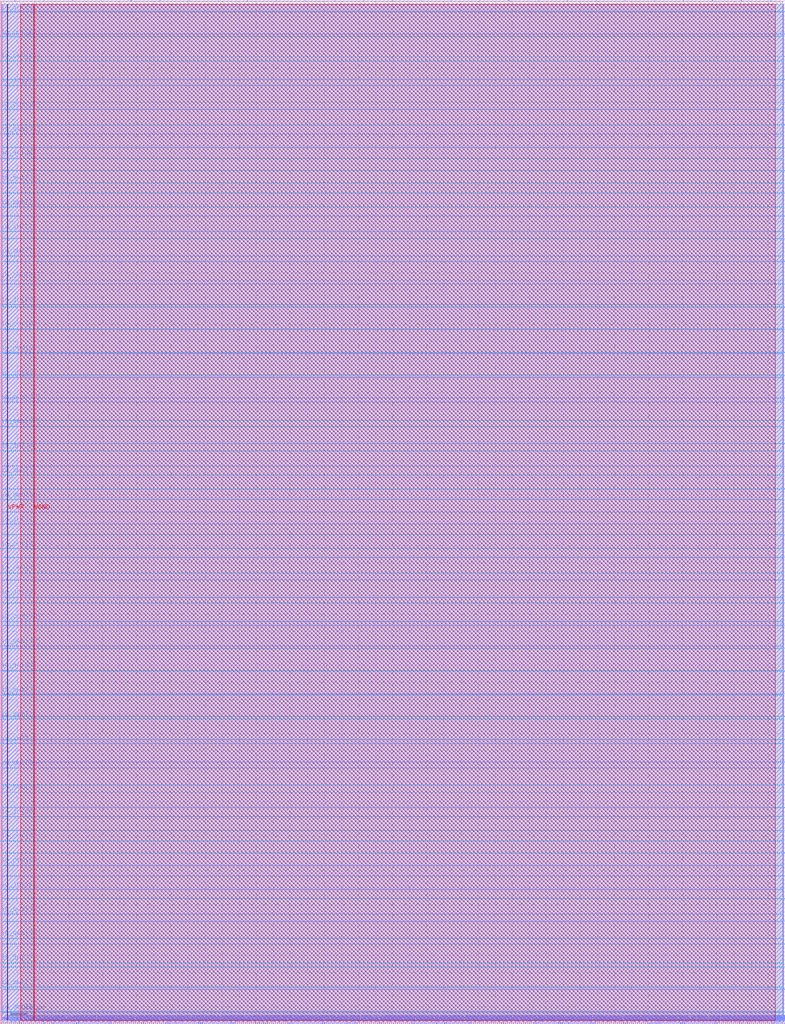
<source format=lef>
VERSION 5.7 ;
  NOWIREEXTENSIONATPIN ON ;
  DIVIDERCHAR "/" ;
  BUSBITCHARS "[]" ;
MACRO ghazi_top_dffram_csv
  CLASS BLOCK ;
  FOREIGN ghazi_top_dffram_csv ;
  ORIGIN 0.000 0.000 ;
  SIZE 2300.000 BY 3000.000 ;
  PIN io_in[0]
    DIRECTION INPUT ;
    PORT
      LAYER met3 ;
        RECT 2296.000 33.360 2300.000 33.960 ;
    END
  END io_in[0]
  PIN io_in[10]
    DIRECTION INPUT ;
    PORT
      LAYER met3 ;
        RECT 2296.000 2033.240 2300.000 2033.840 ;
    END
  END io_in[10]
  PIN io_in[11]
    DIRECTION INPUT ;
    PORT
      LAYER met3 ;
        RECT 2296.000 2233.160 2300.000 2233.760 ;
    END
  END io_in[11]
  PIN io_in[12]
    DIRECTION INPUT ;
    PORT
      LAYER met3 ;
        RECT 2296.000 2433.080 2300.000 2433.680 ;
    END
  END io_in[12]
  PIN io_in[13]
    DIRECTION INPUT ;
    PORT
      LAYER met3 ;
        RECT 2296.000 2633.000 2300.000 2633.600 ;
    END
  END io_in[13]
  PIN io_in[14]
    DIRECTION INPUT ;
    PORT
      LAYER met3 ;
        RECT 2296.000 2832.920 2300.000 2833.520 ;
    END
  END io_in[14]
  PIN io_in[15]
    DIRECTION INPUT ;
    PORT
      LAYER met2 ;
        RECT 2256.850 2996.000 2257.130 3000.000 ;
    END
  END io_in[15]
  PIN io_in[16]
    DIRECTION INPUT ;
    PORT
      LAYER met2 ;
        RECT 2001.550 2996.000 2001.830 3000.000 ;
    END
  END io_in[16]
  PIN io_in[17]
    DIRECTION INPUT ;
    PORT
      LAYER met2 ;
        RECT 1745.790 2996.000 1746.070 3000.000 ;
    END
  END io_in[17]
  PIN io_in[18]
    DIRECTION INPUT ;
    PORT
      LAYER met2 ;
        RECT 1490.490 2996.000 1490.770 3000.000 ;
    END
  END io_in[18]
  PIN io_in[19]
    DIRECTION INPUT ;
    PORT
      LAYER met2 ;
        RECT 1234.730 2996.000 1235.010 3000.000 ;
    END
  END io_in[19]
  PIN io_in[1]
    DIRECTION INPUT ;
    PORT
      LAYER met3 ;
        RECT 2296.000 233.280 2300.000 233.880 ;
    END
  END io_in[1]
  PIN io_in[20]
    DIRECTION INPUT ;
    PORT
      LAYER met2 ;
        RECT 979.430 2996.000 979.710 3000.000 ;
    END
  END io_in[20]
  PIN io_in[21]
    DIRECTION INPUT ;
    PORT
      LAYER met2 ;
        RECT 723.670 2996.000 723.950 3000.000 ;
    END
  END io_in[21]
  PIN io_in[22]
    DIRECTION INPUT ;
    PORT
      LAYER met2 ;
        RECT 467.910 2996.000 468.190 3000.000 ;
    END
  END io_in[22]
  PIN io_in[23]
    DIRECTION INPUT ;
    PORT
      LAYER met2 ;
        RECT 212.610 2996.000 212.890 3000.000 ;
    END
  END io_in[23]
  PIN io_in[24]
    DIRECTION INPUT ;
    PORT
      LAYER met3 ;
        RECT 0.000 2963.480 4.000 2964.080 ;
    END
  END io_in[24]
  PIN io_in[25]
    DIRECTION INPUT ;
    PORT
      LAYER met3 ;
        RECT 0.000 2749.280 4.000 2749.880 ;
    END
  END io_in[25]
  PIN io_in[26]
    DIRECTION INPUT ;
    PORT
      LAYER met3 ;
        RECT 0.000 2535.080 4.000 2535.680 ;
    END
  END io_in[26]
  PIN io_in[27]
    DIRECTION INPUT ;
    PORT
      LAYER met3 ;
        RECT 0.000 2320.880 4.000 2321.480 ;
    END
  END io_in[27]
  PIN io_in[28]
    DIRECTION INPUT ;
    PORT
      LAYER met3 ;
        RECT 0.000 2106.680 4.000 2107.280 ;
    END
  END io_in[28]
  PIN io_in[29]
    DIRECTION INPUT ;
    PORT
      LAYER met3 ;
        RECT 0.000 1892.480 4.000 1893.080 ;
    END
  END io_in[29]
  PIN io_in[2]
    DIRECTION INPUT ;
    PORT
      LAYER met3 ;
        RECT 2296.000 433.200 2300.000 433.800 ;
    END
  END io_in[2]
  PIN io_in[30]
    DIRECTION INPUT ;
    PORT
      LAYER met3 ;
        RECT 0.000 1678.280 4.000 1678.880 ;
    END
  END io_in[30]
  PIN io_in[31]
    DIRECTION INPUT ;
    PORT
      LAYER met3 ;
        RECT 0.000 1463.400 4.000 1464.000 ;
    END
  END io_in[31]
  PIN io_in[32]
    DIRECTION INPUT ;
    PORT
      LAYER met3 ;
        RECT 0.000 1249.200 4.000 1249.800 ;
    END
  END io_in[32]
  PIN io_in[33]
    DIRECTION INPUT ;
    PORT
      LAYER met3 ;
        RECT 0.000 1035.000 4.000 1035.600 ;
    END
  END io_in[33]
  PIN io_in[34]
    DIRECTION INPUT ;
    PORT
      LAYER met3 ;
        RECT 0.000 820.800 4.000 821.400 ;
    END
  END io_in[34]
  PIN io_in[35]
    DIRECTION INPUT ;
    PORT
      LAYER met3 ;
        RECT 0.000 606.600 4.000 607.200 ;
    END
  END io_in[35]
  PIN io_in[36]
    DIRECTION INPUT ;
    PORT
      LAYER met3 ;
        RECT 0.000 392.400 4.000 393.000 ;
    END
  END io_in[36]
  PIN io_in[37]
    DIRECTION INPUT ;
    PORT
      LAYER met3 ;
        RECT 0.000 178.200 4.000 178.800 ;
    END
  END io_in[37]
  PIN io_in[3]
    DIRECTION INPUT ;
    PORT
      LAYER met3 ;
        RECT 2296.000 633.120 2300.000 633.720 ;
    END
  END io_in[3]
  PIN io_in[4]
    DIRECTION INPUT ;
    PORT
      LAYER met3 ;
        RECT 2296.000 833.040 2300.000 833.640 ;
    END
  END io_in[4]
  PIN io_in[5]
    DIRECTION INPUT ;
    PORT
      LAYER met3 ;
        RECT 2296.000 1032.960 2300.000 1033.560 ;
    END
  END io_in[5]
  PIN io_in[6]
    DIRECTION INPUT ;
    PORT
      LAYER met3 ;
        RECT 2296.000 1232.880 2300.000 1233.480 ;
    END
  END io_in[6]
  PIN io_in[7]
    DIRECTION INPUT ;
    PORT
      LAYER met3 ;
        RECT 2296.000 1432.800 2300.000 1433.400 ;
    END
  END io_in[7]
  PIN io_in[8]
    DIRECTION INPUT ;
    PORT
      LAYER met3 ;
        RECT 2296.000 1633.400 2300.000 1634.000 ;
    END
  END io_in[8]
  PIN io_in[9]
    DIRECTION INPUT ;
    PORT
      LAYER met3 ;
        RECT 2296.000 1833.320 2300.000 1833.920 ;
    END
  END io_in[9]
  PIN io_oeb[0]
    DIRECTION OUTPUT TRISTATE ;
    PORT
      LAYER met3 ;
        RECT 2296.000 166.640 2300.000 167.240 ;
    END
  END io_oeb[0]
  PIN io_oeb[10]
    DIRECTION OUTPUT TRISTATE ;
    PORT
      LAYER met3 ;
        RECT 2296.000 2166.520 2300.000 2167.120 ;
    END
  END io_oeb[10]
  PIN io_oeb[11]
    DIRECTION OUTPUT TRISTATE ;
    PORT
      LAYER met3 ;
        RECT 2296.000 2366.440 2300.000 2367.040 ;
    END
  END io_oeb[11]
  PIN io_oeb[12]
    DIRECTION OUTPUT TRISTATE ;
    PORT
      LAYER met3 ;
        RECT 2296.000 2566.360 2300.000 2566.960 ;
    END
  END io_oeb[12]
  PIN io_oeb[13]
    DIRECTION OUTPUT TRISTATE ;
    PORT
      LAYER met3 ;
        RECT 2296.000 2766.280 2300.000 2766.880 ;
    END
  END io_oeb[13]
  PIN io_oeb[14]
    DIRECTION OUTPUT TRISTATE ;
    PORT
      LAYER met3 ;
        RECT 2296.000 2966.200 2300.000 2966.800 ;
    END
  END io_oeb[14]
  PIN io_oeb[15]
    DIRECTION OUTPUT TRISTATE ;
    PORT
      LAYER met2 ;
        RECT 2086.650 2996.000 2086.930 3000.000 ;
    END
  END io_oeb[15]
  PIN io_oeb[16]
    DIRECTION OUTPUT TRISTATE ;
    PORT
      LAYER met2 ;
        RECT 1830.890 2996.000 1831.170 3000.000 ;
    END
  END io_oeb[16]
  PIN io_oeb[17]
    DIRECTION OUTPUT TRISTATE ;
    PORT
      LAYER met2 ;
        RECT 1575.590 2996.000 1575.870 3000.000 ;
    END
  END io_oeb[17]
  PIN io_oeb[18]
    DIRECTION OUTPUT TRISTATE ;
    PORT
      LAYER met2 ;
        RECT 1319.830 2996.000 1320.110 3000.000 ;
    END
  END io_oeb[18]
  PIN io_oeb[19]
    DIRECTION OUTPUT TRISTATE ;
    PORT
      LAYER met2 ;
        RECT 1064.530 2996.000 1064.810 3000.000 ;
    END
  END io_oeb[19]
  PIN io_oeb[1]
    DIRECTION OUTPUT TRISTATE ;
    PORT
      LAYER met3 ;
        RECT 2296.000 366.560 2300.000 367.160 ;
    END
  END io_oeb[1]
  PIN io_oeb[20]
    DIRECTION OUTPUT TRISTATE ;
    PORT
      LAYER met2 ;
        RECT 808.770 2996.000 809.050 3000.000 ;
    END
  END io_oeb[20]
  PIN io_oeb[21]
    DIRECTION OUTPUT TRISTATE ;
    PORT
      LAYER met2 ;
        RECT 553.470 2996.000 553.750 3000.000 ;
    END
  END io_oeb[21]
  PIN io_oeb[22]
    DIRECTION OUTPUT TRISTATE ;
    PORT
      LAYER met2 ;
        RECT 297.710 2996.000 297.990 3000.000 ;
    END
  END io_oeb[22]
  PIN io_oeb[23]
    DIRECTION OUTPUT TRISTATE ;
    PORT
      LAYER met2 ;
        RECT 42.410 2996.000 42.690 3000.000 ;
    END
  END io_oeb[23]
  PIN io_oeb[24]
    DIRECTION OUTPUT TRISTATE ;
    PORT
      LAYER met3 ;
        RECT 0.000 2820.680 4.000 2821.280 ;
    END
  END io_oeb[24]
  PIN io_oeb[25]
    DIRECTION OUTPUT TRISTATE ;
    PORT
      LAYER met3 ;
        RECT 0.000 2606.480 4.000 2607.080 ;
    END
  END io_oeb[25]
  PIN io_oeb[26]
    DIRECTION OUTPUT TRISTATE ;
    PORT
      LAYER met3 ;
        RECT 0.000 2392.280 4.000 2392.880 ;
    END
  END io_oeb[26]
  PIN io_oeb[27]
    DIRECTION OUTPUT TRISTATE ;
    PORT
      LAYER met3 ;
        RECT 0.000 2178.080 4.000 2178.680 ;
    END
  END io_oeb[27]
  PIN io_oeb[28]
    DIRECTION OUTPUT TRISTATE ;
    PORT
      LAYER met3 ;
        RECT 0.000 1963.880 4.000 1964.480 ;
    END
  END io_oeb[28]
  PIN io_oeb[29]
    DIRECTION OUTPUT TRISTATE ;
    PORT
      LAYER met3 ;
        RECT 0.000 1749.680 4.000 1750.280 ;
    END
  END io_oeb[29]
  PIN io_oeb[2]
    DIRECTION OUTPUT TRISTATE ;
    PORT
      LAYER met3 ;
        RECT 2296.000 566.480 2300.000 567.080 ;
    END
  END io_oeb[2]
  PIN io_oeb[30]
    DIRECTION OUTPUT TRISTATE ;
    PORT
      LAYER met3 ;
        RECT 0.000 1535.480 4.000 1536.080 ;
    END
  END io_oeb[30]
  PIN io_oeb[31]
    DIRECTION OUTPUT TRISTATE ;
    PORT
      LAYER met3 ;
        RECT 0.000 1320.600 4.000 1321.200 ;
    END
  END io_oeb[31]
  PIN io_oeb[32]
    DIRECTION OUTPUT TRISTATE ;
    PORT
      LAYER met3 ;
        RECT 0.000 1106.400 4.000 1107.000 ;
    END
  END io_oeb[32]
  PIN io_oeb[33]
    DIRECTION OUTPUT TRISTATE ;
    PORT
      LAYER met3 ;
        RECT 0.000 892.200 4.000 892.800 ;
    END
  END io_oeb[33]
  PIN io_oeb[34]
    DIRECTION OUTPUT TRISTATE ;
    PORT
      LAYER met3 ;
        RECT 0.000 678.000 4.000 678.600 ;
    END
  END io_oeb[34]
  PIN io_oeb[35]
    DIRECTION OUTPUT TRISTATE ;
    PORT
      LAYER met3 ;
        RECT 0.000 463.800 4.000 464.400 ;
    END
  END io_oeb[35]
  PIN io_oeb[36]
    DIRECTION OUTPUT TRISTATE ;
    PORT
      LAYER met3 ;
        RECT 0.000 249.600 4.000 250.200 ;
    END
  END io_oeb[36]
  PIN io_oeb[37]
    DIRECTION OUTPUT TRISTATE ;
    PORT
      LAYER met3 ;
        RECT 0.000 35.400 4.000 36.000 ;
    END
  END io_oeb[37]
  PIN io_oeb[3]
    DIRECTION OUTPUT TRISTATE ;
    PORT
      LAYER met3 ;
        RECT 2296.000 766.400 2300.000 767.000 ;
    END
  END io_oeb[3]
  PIN io_oeb[4]
    DIRECTION OUTPUT TRISTATE ;
    PORT
      LAYER met3 ;
        RECT 2296.000 966.320 2300.000 966.920 ;
    END
  END io_oeb[4]
  PIN io_oeb[5]
    DIRECTION OUTPUT TRISTATE ;
    PORT
      LAYER met3 ;
        RECT 2296.000 1166.240 2300.000 1166.840 ;
    END
  END io_oeb[5]
  PIN io_oeb[6]
    DIRECTION OUTPUT TRISTATE ;
    PORT
      LAYER met3 ;
        RECT 2296.000 1366.160 2300.000 1366.760 ;
    END
  END io_oeb[6]
  PIN io_oeb[7]
    DIRECTION OUTPUT TRISTATE ;
    PORT
      LAYER met3 ;
        RECT 2296.000 1566.760 2300.000 1567.360 ;
    END
  END io_oeb[7]
  PIN io_oeb[8]
    DIRECTION OUTPUT TRISTATE ;
    PORT
      LAYER met3 ;
        RECT 2296.000 1766.680 2300.000 1767.280 ;
    END
  END io_oeb[8]
  PIN io_oeb[9]
    DIRECTION OUTPUT TRISTATE ;
    PORT
      LAYER met3 ;
        RECT 2296.000 1966.600 2300.000 1967.200 ;
    END
  END io_oeb[9]
  PIN io_out[0]
    DIRECTION OUTPUT TRISTATE ;
    PORT
      LAYER met3 ;
        RECT 2296.000 100.000 2300.000 100.600 ;
    END
  END io_out[0]
  PIN io_out[10]
    DIRECTION OUTPUT TRISTATE ;
    PORT
      LAYER met3 ;
        RECT 2296.000 2099.880 2300.000 2100.480 ;
    END
  END io_out[10]
  PIN io_out[11]
    DIRECTION OUTPUT TRISTATE ;
    PORT
      LAYER met3 ;
        RECT 2296.000 2299.800 2300.000 2300.400 ;
    END
  END io_out[11]
  PIN io_out[12]
    DIRECTION OUTPUT TRISTATE ;
    PORT
      LAYER met3 ;
        RECT 2296.000 2499.720 2300.000 2500.320 ;
    END
  END io_out[12]
  PIN io_out[13]
    DIRECTION OUTPUT TRISTATE ;
    PORT
      LAYER met3 ;
        RECT 2296.000 2699.640 2300.000 2700.240 ;
    END
  END io_out[13]
  PIN io_out[14]
    DIRECTION OUTPUT TRISTATE ;
    PORT
      LAYER met3 ;
        RECT 2296.000 2899.560 2300.000 2900.160 ;
    END
  END io_out[14]
  PIN io_out[15]
    DIRECTION OUTPUT TRISTATE ;
    PORT
      LAYER met2 ;
        RECT 2171.750 2996.000 2172.030 3000.000 ;
    END
  END io_out[15]
  PIN io_out[16]
    DIRECTION OUTPUT TRISTATE ;
    PORT
      LAYER met2 ;
        RECT 1916.450 2996.000 1916.730 3000.000 ;
    END
  END io_out[16]
  PIN io_out[17]
    DIRECTION OUTPUT TRISTATE ;
    PORT
      LAYER met2 ;
        RECT 1660.690 2996.000 1660.970 3000.000 ;
    END
  END io_out[17]
  PIN io_out[18]
    DIRECTION OUTPUT TRISTATE ;
    PORT
      LAYER met2 ;
        RECT 1404.930 2996.000 1405.210 3000.000 ;
    END
  END io_out[18]
  PIN io_out[19]
    DIRECTION OUTPUT TRISTATE ;
    PORT
      LAYER met2 ;
        RECT 1149.630 2996.000 1149.910 3000.000 ;
    END
  END io_out[19]
  PIN io_out[1]
    DIRECTION OUTPUT TRISTATE ;
    PORT
      LAYER met3 ;
        RECT 2296.000 299.920 2300.000 300.520 ;
    END
  END io_out[1]
  PIN io_out[20]
    DIRECTION OUTPUT TRISTATE ;
    PORT
      LAYER met2 ;
        RECT 893.870 2996.000 894.150 3000.000 ;
    END
  END io_out[20]
  PIN io_out[21]
    DIRECTION OUTPUT TRISTATE ;
    PORT
      LAYER met2 ;
        RECT 638.570 2996.000 638.850 3000.000 ;
    END
  END io_out[21]
  PIN io_out[22]
    DIRECTION OUTPUT TRISTATE ;
    PORT
      LAYER met2 ;
        RECT 382.810 2996.000 383.090 3000.000 ;
    END
  END io_out[22]
  PIN io_out[23]
    DIRECTION OUTPUT TRISTATE ;
    PORT
      LAYER met2 ;
        RECT 127.510 2996.000 127.790 3000.000 ;
    END
  END io_out[23]
  PIN io_out[24]
    DIRECTION OUTPUT TRISTATE ;
    PORT
      LAYER met3 ;
        RECT 0.000 2892.080 4.000 2892.680 ;
    END
  END io_out[24]
  PIN io_out[25]
    DIRECTION OUTPUT TRISTATE ;
    PORT
      LAYER met3 ;
        RECT 0.000 2677.880 4.000 2678.480 ;
    END
  END io_out[25]
  PIN io_out[26]
    DIRECTION OUTPUT TRISTATE ;
    PORT
      LAYER met3 ;
        RECT 0.000 2463.680 4.000 2464.280 ;
    END
  END io_out[26]
  PIN io_out[27]
    DIRECTION OUTPUT TRISTATE ;
    PORT
      LAYER met3 ;
        RECT 0.000 2249.480 4.000 2250.080 ;
    END
  END io_out[27]
  PIN io_out[28]
    DIRECTION OUTPUT TRISTATE ;
    PORT
      LAYER met3 ;
        RECT 0.000 2035.280 4.000 2035.880 ;
    END
  END io_out[28]
  PIN io_out[29]
    DIRECTION OUTPUT TRISTATE ;
    PORT
      LAYER met3 ;
        RECT 0.000 1821.080 4.000 1821.680 ;
    END
  END io_out[29]
  PIN io_out[2]
    DIRECTION OUTPUT TRISTATE ;
    PORT
      LAYER met3 ;
        RECT 2296.000 499.840 2300.000 500.440 ;
    END
  END io_out[2]
  PIN io_out[30]
    DIRECTION OUTPUT TRISTATE ;
    PORT
      LAYER met3 ;
        RECT 0.000 1606.880 4.000 1607.480 ;
    END
  END io_out[30]
  PIN io_out[31]
    DIRECTION OUTPUT TRISTATE ;
    PORT
      LAYER met3 ;
        RECT 0.000 1392.000 4.000 1392.600 ;
    END
  END io_out[31]
  PIN io_out[32]
    DIRECTION OUTPUT TRISTATE ;
    PORT
      LAYER met3 ;
        RECT 0.000 1177.800 4.000 1178.400 ;
    END
  END io_out[32]
  PIN io_out[33]
    DIRECTION OUTPUT TRISTATE ;
    PORT
      LAYER met3 ;
        RECT 0.000 963.600 4.000 964.200 ;
    END
  END io_out[33]
  PIN io_out[34]
    DIRECTION OUTPUT TRISTATE ;
    PORT
      LAYER met3 ;
        RECT 0.000 749.400 4.000 750.000 ;
    END
  END io_out[34]
  PIN io_out[35]
    DIRECTION OUTPUT TRISTATE ;
    PORT
      LAYER met3 ;
        RECT 0.000 535.200 4.000 535.800 ;
    END
  END io_out[35]
  PIN io_out[36]
    DIRECTION OUTPUT TRISTATE ;
    PORT
      LAYER met3 ;
        RECT 0.000 321.000 4.000 321.600 ;
    END
  END io_out[36]
  PIN io_out[37]
    DIRECTION OUTPUT TRISTATE ;
    PORT
      LAYER met3 ;
        RECT 0.000 106.800 4.000 107.400 ;
    END
  END io_out[37]
  PIN io_out[3]
    DIRECTION OUTPUT TRISTATE ;
    PORT
      LAYER met3 ;
        RECT 2296.000 699.760 2300.000 700.360 ;
    END
  END io_out[3]
  PIN io_out[4]
    DIRECTION OUTPUT TRISTATE ;
    PORT
      LAYER met3 ;
        RECT 2296.000 899.680 2300.000 900.280 ;
    END
  END io_out[4]
  PIN io_out[5]
    DIRECTION OUTPUT TRISTATE ;
    PORT
      LAYER met3 ;
        RECT 2296.000 1099.600 2300.000 1100.200 ;
    END
  END io_out[5]
  PIN io_out[6]
    DIRECTION OUTPUT TRISTATE ;
    PORT
      LAYER met3 ;
        RECT 2296.000 1299.520 2300.000 1300.120 ;
    END
  END io_out[6]
  PIN io_out[7]
    DIRECTION OUTPUT TRISTATE ;
    PORT
      LAYER met3 ;
        RECT 2296.000 1499.440 2300.000 1500.040 ;
    END
  END io_out[7]
  PIN io_out[8]
    DIRECTION OUTPUT TRISTATE ;
    PORT
      LAYER met3 ;
        RECT 2296.000 1700.040 2300.000 1700.640 ;
    END
  END io_out[8]
  PIN io_out[9]
    DIRECTION OUTPUT TRISTATE ;
    PORT
      LAYER met3 ;
        RECT 2296.000 1899.960 2300.000 1900.560 ;
    END
  END io_out[9]
  PIN la_data_in[0]
    DIRECTION INPUT ;
    PORT
      LAYER met2 ;
        RECT 14.350 0.000 14.630 4.000 ;
    END
  END la_data_in[0]
  PIN la_data_in[100]
    DIRECTION INPUT ;
    PORT
      LAYER met2 ;
        RECT 1801.910 0.000 1802.190 4.000 ;
    END
  END la_data_in[100]
  PIN la_data_in[101]
    DIRECTION INPUT ;
    PORT
      LAYER met2 ;
        RECT 1819.850 0.000 1820.130 4.000 ;
    END
  END la_data_in[101]
  PIN la_data_in[102]
    DIRECTION INPUT ;
    PORT
      LAYER met2 ;
        RECT 1837.790 0.000 1838.070 4.000 ;
    END
  END la_data_in[102]
  PIN la_data_in[103]
    DIRECTION INPUT ;
    PORT
      LAYER met2 ;
        RECT 1855.730 0.000 1856.010 4.000 ;
    END
  END la_data_in[103]
  PIN la_data_in[104]
    DIRECTION INPUT ;
    PORT
      LAYER met2 ;
        RECT 1873.670 0.000 1873.950 4.000 ;
    END
  END la_data_in[104]
  PIN la_data_in[105]
    DIRECTION INPUT ;
    PORT
      LAYER met2 ;
        RECT 1891.610 0.000 1891.890 4.000 ;
    END
  END la_data_in[105]
  PIN la_data_in[106]
    DIRECTION INPUT ;
    PORT
      LAYER met2 ;
        RECT 1909.550 0.000 1909.830 4.000 ;
    END
  END la_data_in[106]
  PIN la_data_in[107]
    DIRECTION INPUT ;
    PORT
      LAYER met2 ;
        RECT 1927.030 0.000 1927.310 4.000 ;
    END
  END la_data_in[107]
  PIN la_data_in[108]
    DIRECTION INPUT ;
    PORT
      LAYER met2 ;
        RECT 1944.970 0.000 1945.250 4.000 ;
    END
  END la_data_in[108]
  PIN la_data_in[109]
    DIRECTION INPUT ;
    PORT
      LAYER met2 ;
        RECT 1962.910 0.000 1963.190 4.000 ;
    END
  END la_data_in[109]
  PIN la_data_in[10]
    DIRECTION INPUT ;
    PORT
      LAYER met2 ;
        RECT 193.290 0.000 193.570 4.000 ;
    END
  END la_data_in[10]
  PIN la_data_in[110]
    DIRECTION INPUT ;
    PORT
      LAYER met2 ;
        RECT 1980.850 0.000 1981.130 4.000 ;
    END
  END la_data_in[110]
  PIN la_data_in[111]
    DIRECTION INPUT ;
    PORT
      LAYER met2 ;
        RECT 1998.790 0.000 1999.070 4.000 ;
    END
  END la_data_in[111]
  PIN la_data_in[112]
    DIRECTION INPUT ;
    PORT
      LAYER met2 ;
        RECT 2016.730 0.000 2017.010 4.000 ;
    END
  END la_data_in[112]
  PIN la_data_in[113]
    DIRECTION INPUT ;
    PORT
      LAYER met2 ;
        RECT 2034.670 0.000 2034.950 4.000 ;
    END
  END la_data_in[113]
  PIN la_data_in[114]
    DIRECTION INPUT ;
    PORT
      LAYER met2 ;
        RECT 2052.150 0.000 2052.430 4.000 ;
    END
  END la_data_in[114]
  PIN la_data_in[115]
    DIRECTION INPUT ;
    PORT
      LAYER met2 ;
        RECT 2070.090 0.000 2070.370 4.000 ;
    END
  END la_data_in[115]
  PIN la_data_in[116]
    DIRECTION INPUT ;
    PORT
      LAYER met2 ;
        RECT 2088.030 0.000 2088.310 4.000 ;
    END
  END la_data_in[116]
  PIN la_data_in[117]
    DIRECTION INPUT ;
    PORT
      LAYER met2 ;
        RECT 2105.970 0.000 2106.250 4.000 ;
    END
  END la_data_in[117]
  PIN la_data_in[118]
    DIRECTION INPUT ;
    PORT
      LAYER met2 ;
        RECT 2123.910 0.000 2124.190 4.000 ;
    END
  END la_data_in[118]
  PIN la_data_in[119]
    DIRECTION INPUT ;
    PORT
      LAYER met2 ;
        RECT 2141.850 0.000 2142.130 4.000 ;
    END
  END la_data_in[119]
  PIN la_data_in[11]
    DIRECTION INPUT ;
    PORT
      LAYER met2 ;
        RECT 211.230 0.000 211.510 4.000 ;
    END
  END la_data_in[11]
  PIN la_data_in[120]
    DIRECTION INPUT ;
    PORT
      LAYER met2 ;
        RECT 2159.790 0.000 2160.070 4.000 ;
    END
  END la_data_in[120]
  PIN la_data_in[121]
    DIRECTION INPUT ;
    PORT
      LAYER met2 ;
        RECT 2177.270 0.000 2177.550 4.000 ;
    END
  END la_data_in[121]
  PIN la_data_in[122]
    DIRECTION INPUT ;
    PORT
      LAYER met2 ;
        RECT 2195.210 0.000 2195.490 4.000 ;
    END
  END la_data_in[122]
  PIN la_data_in[123]
    DIRECTION INPUT ;
    PORT
      LAYER met2 ;
        RECT 2213.150 0.000 2213.430 4.000 ;
    END
  END la_data_in[123]
  PIN la_data_in[124]
    DIRECTION INPUT ;
    PORT
      LAYER met2 ;
        RECT 2231.090 0.000 2231.370 4.000 ;
    END
  END la_data_in[124]
  PIN la_data_in[125]
    DIRECTION INPUT ;
    PORT
      LAYER met2 ;
        RECT 2249.030 0.000 2249.310 4.000 ;
    END
  END la_data_in[125]
  PIN la_data_in[126]
    DIRECTION INPUT ;
    PORT
      LAYER met2 ;
        RECT 2266.970 0.000 2267.250 4.000 ;
    END
  END la_data_in[126]
  PIN la_data_in[127]
    DIRECTION INPUT ;
    PORT
      LAYER met2 ;
        RECT 2284.910 0.000 2285.190 4.000 ;
    END
  END la_data_in[127]
  PIN la_data_in[12]
    DIRECTION INPUT ;
    PORT
      LAYER met2 ;
        RECT 229.170 0.000 229.450 4.000 ;
    END
  END la_data_in[12]
  PIN la_data_in[13]
    DIRECTION INPUT ;
    PORT
      LAYER met2 ;
        RECT 247.110 0.000 247.390 4.000 ;
    END
  END la_data_in[13]
  PIN la_data_in[14]
    DIRECTION INPUT ;
    PORT
      LAYER met2 ;
        RECT 264.590 0.000 264.870 4.000 ;
    END
  END la_data_in[14]
  PIN la_data_in[15]
    DIRECTION INPUT ;
    PORT
      LAYER met2 ;
        RECT 282.530 0.000 282.810 4.000 ;
    END
  END la_data_in[15]
  PIN la_data_in[16]
    DIRECTION INPUT ;
    PORT
      LAYER met2 ;
        RECT 300.470 0.000 300.750 4.000 ;
    END
  END la_data_in[16]
  PIN la_data_in[17]
    DIRECTION INPUT ;
    PORT
      LAYER met2 ;
        RECT 318.410 0.000 318.690 4.000 ;
    END
  END la_data_in[17]
  PIN la_data_in[18]
    DIRECTION INPUT ;
    PORT
      LAYER met2 ;
        RECT 336.350 0.000 336.630 4.000 ;
    END
  END la_data_in[18]
  PIN la_data_in[19]
    DIRECTION INPUT ;
    PORT
      LAYER met2 ;
        RECT 354.290 0.000 354.570 4.000 ;
    END
  END la_data_in[19]
  PIN la_data_in[1]
    DIRECTION INPUT ;
    PORT
      LAYER met2 ;
        RECT 32.290 0.000 32.570 4.000 ;
    END
  END la_data_in[1]
  PIN la_data_in[20]
    DIRECTION INPUT ;
    PORT
      LAYER met2 ;
        RECT 372.230 0.000 372.510 4.000 ;
    END
  END la_data_in[20]
  PIN la_data_in[21]
    DIRECTION INPUT ;
    PORT
      LAYER met2 ;
        RECT 389.710 0.000 389.990 4.000 ;
    END
  END la_data_in[21]
  PIN la_data_in[22]
    DIRECTION INPUT ;
    PORT
      LAYER met2 ;
        RECT 407.650 0.000 407.930 4.000 ;
    END
  END la_data_in[22]
  PIN la_data_in[23]
    DIRECTION INPUT ;
    PORT
      LAYER met2 ;
        RECT 425.590 0.000 425.870 4.000 ;
    END
  END la_data_in[23]
  PIN la_data_in[24]
    DIRECTION INPUT ;
    PORT
      LAYER met2 ;
        RECT 443.530 0.000 443.810 4.000 ;
    END
  END la_data_in[24]
  PIN la_data_in[25]
    DIRECTION INPUT ;
    PORT
      LAYER met2 ;
        RECT 461.470 0.000 461.750 4.000 ;
    END
  END la_data_in[25]
  PIN la_data_in[26]
    DIRECTION INPUT ;
    PORT
      LAYER met2 ;
        RECT 479.410 0.000 479.690 4.000 ;
    END
  END la_data_in[26]
  PIN la_data_in[27]
    DIRECTION INPUT ;
    PORT
      LAYER met2 ;
        RECT 497.350 0.000 497.630 4.000 ;
    END
  END la_data_in[27]
  PIN la_data_in[28]
    DIRECTION INPUT ;
    PORT
      LAYER met2 ;
        RECT 514.830 0.000 515.110 4.000 ;
    END
  END la_data_in[28]
  PIN la_data_in[29]
    DIRECTION INPUT ;
    PORT
      LAYER met2 ;
        RECT 532.770 0.000 533.050 4.000 ;
    END
  END la_data_in[29]
  PIN la_data_in[2]
    DIRECTION INPUT ;
    PORT
      LAYER met2 ;
        RECT 50.230 0.000 50.510 4.000 ;
    END
  END la_data_in[2]
  PIN la_data_in[30]
    DIRECTION INPUT ;
    PORT
      LAYER met2 ;
        RECT 550.710 0.000 550.990 4.000 ;
    END
  END la_data_in[30]
  PIN la_data_in[31]
    DIRECTION INPUT ;
    PORT
      LAYER met2 ;
        RECT 568.650 0.000 568.930 4.000 ;
    END
  END la_data_in[31]
  PIN la_data_in[32]
    DIRECTION INPUT ;
    PORT
      LAYER met2 ;
        RECT 586.590 0.000 586.870 4.000 ;
    END
  END la_data_in[32]
  PIN la_data_in[33]
    DIRECTION INPUT ;
    PORT
      LAYER met2 ;
        RECT 604.530 0.000 604.810 4.000 ;
    END
  END la_data_in[33]
  PIN la_data_in[34]
    DIRECTION INPUT ;
    PORT
      LAYER met2 ;
        RECT 622.470 0.000 622.750 4.000 ;
    END
  END la_data_in[34]
  PIN la_data_in[35]
    DIRECTION INPUT ;
    PORT
      LAYER met2 ;
        RECT 640.410 0.000 640.690 4.000 ;
    END
  END la_data_in[35]
  PIN la_data_in[36]
    DIRECTION INPUT ;
    PORT
      LAYER met2 ;
        RECT 657.890 0.000 658.170 4.000 ;
    END
  END la_data_in[36]
  PIN la_data_in[37]
    DIRECTION INPUT ;
    PORT
      LAYER met2 ;
        RECT 675.830 0.000 676.110 4.000 ;
    END
  END la_data_in[37]
  PIN la_data_in[38]
    DIRECTION INPUT ;
    PORT
      LAYER met2 ;
        RECT 693.770 0.000 694.050 4.000 ;
    END
  END la_data_in[38]
  PIN la_data_in[39]
    DIRECTION INPUT ;
    PORT
      LAYER met2 ;
        RECT 711.710 0.000 711.990 4.000 ;
    END
  END la_data_in[39]
  PIN la_data_in[3]
    DIRECTION INPUT ;
    PORT
      LAYER met2 ;
        RECT 68.170 0.000 68.450 4.000 ;
    END
  END la_data_in[3]
  PIN la_data_in[40]
    DIRECTION INPUT ;
    PORT
      LAYER met2 ;
        RECT 729.650 0.000 729.930 4.000 ;
    END
  END la_data_in[40]
  PIN la_data_in[41]
    DIRECTION INPUT ;
    PORT
      LAYER met2 ;
        RECT 747.590 0.000 747.870 4.000 ;
    END
  END la_data_in[41]
  PIN la_data_in[42]
    DIRECTION INPUT ;
    PORT
      LAYER met2 ;
        RECT 765.530 0.000 765.810 4.000 ;
    END
  END la_data_in[42]
  PIN la_data_in[43]
    DIRECTION INPUT ;
    PORT
      LAYER met2 ;
        RECT 783.010 0.000 783.290 4.000 ;
    END
  END la_data_in[43]
  PIN la_data_in[44]
    DIRECTION INPUT ;
    PORT
      LAYER met2 ;
        RECT 800.950 0.000 801.230 4.000 ;
    END
  END la_data_in[44]
  PIN la_data_in[45]
    DIRECTION INPUT ;
    PORT
      LAYER met2 ;
        RECT 818.890 0.000 819.170 4.000 ;
    END
  END la_data_in[45]
  PIN la_data_in[46]
    DIRECTION INPUT ;
    PORT
      LAYER met2 ;
        RECT 836.830 0.000 837.110 4.000 ;
    END
  END la_data_in[46]
  PIN la_data_in[47]
    DIRECTION INPUT ;
    PORT
      LAYER met2 ;
        RECT 854.770 0.000 855.050 4.000 ;
    END
  END la_data_in[47]
  PIN la_data_in[48]
    DIRECTION INPUT ;
    PORT
      LAYER met2 ;
        RECT 872.710 0.000 872.990 4.000 ;
    END
  END la_data_in[48]
  PIN la_data_in[49]
    DIRECTION INPUT ;
    PORT
      LAYER met2 ;
        RECT 890.650 0.000 890.930 4.000 ;
    END
  END la_data_in[49]
  PIN la_data_in[4]
    DIRECTION INPUT ;
    PORT
      LAYER met2 ;
        RECT 86.110 0.000 86.390 4.000 ;
    END
  END la_data_in[4]
  PIN la_data_in[50]
    DIRECTION INPUT ;
    PORT
      LAYER met2 ;
        RECT 908.130 0.000 908.410 4.000 ;
    END
  END la_data_in[50]
  PIN la_data_in[51]
    DIRECTION INPUT ;
    PORT
      LAYER met2 ;
        RECT 926.070 0.000 926.350 4.000 ;
    END
  END la_data_in[51]
  PIN la_data_in[52]
    DIRECTION INPUT ;
    PORT
      LAYER met2 ;
        RECT 944.010 0.000 944.290 4.000 ;
    END
  END la_data_in[52]
  PIN la_data_in[53]
    DIRECTION INPUT ;
    PORT
      LAYER met2 ;
        RECT 961.950 0.000 962.230 4.000 ;
    END
  END la_data_in[53]
  PIN la_data_in[54]
    DIRECTION INPUT ;
    PORT
      LAYER met2 ;
        RECT 979.890 0.000 980.170 4.000 ;
    END
  END la_data_in[54]
  PIN la_data_in[55]
    DIRECTION INPUT ;
    PORT
      LAYER met2 ;
        RECT 997.830 0.000 998.110 4.000 ;
    END
  END la_data_in[55]
  PIN la_data_in[56]
    DIRECTION INPUT ;
    PORT
      LAYER met2 ;
        RECT 1015.770 0.000 1016.050 4.000 ;
    END
  END la_data_in[56]
  PIN la_data_in[57]
    DIRECTION INPUT ;
    PORT
      LAYER met2 ;
        RECT 1033.250 0.000 1033.530 4.000 ;
    END
  END la_data_in[57]
  PIN la_data_in[58]
    DIRECTION INPUT ;
    PORT
      LAYER met2 ;
        RECT 1051.190 0.000 1051.470 4.000 ;
    END
  END la_data_in[58]
  PIN la_data_in[59]
    DIRECTION INPUT ;
    PORT
      LAYER met2 ;
        RECT 1069.130 0.000 1069.410 4.000 ;
    END
  END la_data_in[59]
  PIN la_data_in[5]
    DIRECTION INPUT ;
    PORT
      LAYER met2 ;
        RECT 104.050 0.000 104.330 4.000 ;
    END
  END la_data_in[5]
  PIN la_data_in[60]
    DIRECTION INPUT ;
    PORT
      LAYER met2 ;
        RECT 1087.070 0.000 1087.350 4.000 ;
    END
  END la_data_in[60]
  PIN la_data_in[61]
    DIRECTION INPUT ;
    PORT
      LAYER met2 ;
        RECT 1105.010 0.000 1105.290 4.000 ;
    END
  END la_data_in[61]
  PIN la_data_in[62]
    DIRECTION INPUT ;
    PORT
      LAYER met2 ;
        RECT 1122.950 0.000 1123.230 4.000 ;
    END
  END la_data_in[62]
  PIN la_data_in[63]
    DIRECTION INPUT ;
    PORT
      LAYER met2 ;
        RECT 1140.890 0.000 1141.170 4.000 ;
    END
  END la_data_in[63]
  PIN la_data_in[64]
    DIRECTION INPUT ;
    PORT
      LAYER met2 ;
        RECT 1158.370 0.000 1158.650 4.000 ;
    END
  END la_data_in[64]
  PIN la_data_in[65]
    DIRECTION INPUT ;
    PORT
      LAYER met2 ;
        RECT 1176.310 0.000 1176.590 4.000 ;
    END
  END la_data_in[65]
  PIN la_data_in[66]
    DIRECTION INPUT ;
    PORT
      LAYER met2 ;
        RECT 1194.250 0.000 1194.530 4.000 ;
    END
  END la_data_in[66]
  PIN la_data_in[67]
    DIRECTION INPUT ;
    PORT
      LAYER met2 ;
        RECT 1212.190 0.000 1212.470 4.000 ;
    END
  END la_data_in[67]
  PIN la_data_in[68]
    DIRECTION INPUT ;
    PORT
      LAYER met2 ;
        RECT 1230.130 0.000 1230.410 4.000 ;
    END
  END la_data_in[68]
  PIN la_data_in[69]
    DIRECTION INPUT ;
    PORT
      LAYER met2 ;
        RECT 1248.070 0.000 1248.350 4.000 ;
    END
  END la_data_in[69]
  PIN la_data_in[6]
    DIRECTION INPUT ;
    PORT
      LAYER met2 ;
        RECT 121.990 0.000 122.270 4.000 ;
    END
  END la_data_in[6]
  PIN la_data_in[70]
    DIRECTION INPUT ;
    PORT
      LAYER met2 ;
        RECT 1266.010 0.000 1266.290 4.000 ;
    END
  END la_data_in[70]
  PIN la_data_in[71]
    DIRECTION INPUT ;
    PORT
      LAYER met2 ;
        RECT 1283.490 0.000 1283.770 4.000 ;
    END
  END la_data_in[71]
  PIN la_data_in[72]
    DIRECTION INPUT ;
    PORT
      LAYER met2 ;
        RECT 1301.430 0.000 1301.710 4.000 ;
    END
  END la_data_in[72]
  PIN la_data_in[73]
    DIRECTION INPUT ;
    PORT
      LAYER met2 ;
        RECT 1319.370 0.000 1319.650 4.000 ;
    END
  END la_data_in[73]
  PIN la_data_in[74]
    DIRECTION INPUT ;
    PORT
      LAYER met2 ;
        RECT 1337.310 0.000 1337.590 4.000 ;
    END
  END la_data_in[74]
  PIN la_data_in[75]
    DIRECTION INPUT ;
    PORT
      LAYER met2 ;
        RECT 1355.250 0.000 1355.530 4.000 ;
    END
  END la_data_in[75]
  PIN la_data_in[76]
    DIRECTION INPUT ;
    PORT
      LAYER met2 ;
        RECT 1373.190 0.000 1373.470 4.000 ;
    END
  END la_data_in[76]
  PIN la_data_in[77]
    DIRECTION INPUT ;
    PORT
      LAYER met2 ;
        RECT 1391.130 0.000 1391.410 4.000 ;
    END
  END la_data_in[77]
  PIN la_data_in[78]
    DIRECTION INPUT ;
    PORT
      LAYER met2 ;
        RECT 1408.610 0.000 1408.890 4.000 ;
    END
  END la_data_in[78]
  PIN la_data_in[79]
    DIRECTION INPUT ;
    PORT
      LAYER met2 ;
        RECT 1426.550 0.000 1426.830 4.000 ;
    END
  END la_data_in[79]
  PIN la_data_in[7]
    DIRECTION INPUT ;
    PORT
      LAYER met2 ;
        RECT 139.470 0.000 139.750 4.000 ;
    END
  END la_data_in[7]
  PIN la_data_in[80]
    DIRECTION INPUT ;
    PORT
      LAYER met2 ;
        RECT 1444.490 0.000 1444.770 4.000 ;
    END
  END la_data_in[80]
  PIN la_data_in[81]
    DIRECTION INPUT ;
    PORT
      LAYER met2 ;
        RECT 1462.430 0.000 1462.710 4.000 ;
    END
  END la_data_in[81]
  PIN la_data_in[82]
    DIRECTION INPUT ;
    PORT
      LAYER met2 ;
        RECT 1480.370 0.000 1480.650 4.000 ;
    END
  END la_data_in[82]
  PIN la_data_in[83]
    DIRECTION INPUT ;
    PORT
      LAYER met2 ;
        RECT 1498.310 0.000 1498.590 4.000 ;
    END
  END la_data_in[83]
  PIN la_data_in[84]
    DIRECTION INPUT ;
    PORT
      LAYER met2 ;
        RECT 1516.250 0.000 1516.530 4.000 ;
    END
  END la_data_in[84]
  PIN la_data_in[85]
    DIRECTION INPUT ;
    PORT
      LAYER met2 ;
        RECT 1534.190 0.000 1534.470 4.000 ;
    END
  END la_data_in[85]
  PIN la_data_in[86]
    DIRECTION INPUT ;
    PORT
      LAYER met2 ;
        RECT 1551.670 0.000 1551.950 4.000 ;
    END
  END la_data_in[86]
  PIN la_data_in[87]
    DIRECTION INPUT ;
    PORT
      LAYER met2 ;
        RECT 1569.610 0.000 1569.890 4.000 ;
    END
  END la_data_in[87]
  PIN la_data_in[88]
    DIRECTION INPUT ;
    PORT
      LAYER met2 ;
        RECT 1587.550 0.000 1587.830 4.000 ;
    END
  END la_data_in[88]
  PIN la_data_in[89]
    DIRECTION INPUT ;
    PORT
      LAYER met2 ;
        RECT 1605.490 0.000 1605.770 4.000 ;
    END
  END la_data_in[89]
  PIN la_data_in[8]
    DIRECTION INPUT ;
    PORT
      LAYER met2 ;
        RECT 157.410 0.000 157.690 4.000 ;
    END
  END la_data_in[8]
  PIN la_data_in[90]
    DIRECTION INPUT ;
    PORT
      LAYER met2 ;
        RECT 1623.430 0.000 1623.710 4.000 ;
    END
  END la_data_in[90]
  PIN la_data_in[91]
    DIRECTION INPUT ;
    PORT
      LAYER met2 ;
        RECT 1641.370 0.000 1641.650 4.000 ;
    END
  END la_data_in[91]
  PIN la_data_in[92]
    DIRECTION INPUT ;
    PORT
      LAYER met2 ;
        RECT 1659.310 0.000 1659.590 4.000 ;
    END
  END la_data_in[92]
  PIN la_data_in[93]
    DIRECTION INPUT ;
    PORT
      LAYER met2 ;
        RECT 1676.790 0.000 1677.070 4.000 ;
    END
  END la_data_in[93]
  PIN la_data_in[94]
    DIRECTION INPUT ;
    PORT
      LAYER met2 ;
        RECT 1694.730 0.000 1695.010 4.000 ;
    END
  END la_data_in[94]
  PIN la_data_in[95]
    DIRECTION INPUT ;
    PORT
      LAYER met2 ;
        RECT 1712.670 0.000 1712.950 4.000 ;
    END
  END la_data_in[95]
  PIN la_data_in[96]
    DIRECTION INPUT ;
    PORT
      LAYER met2 ;
        RECT 1730.610 0.000 1730.890 4.000 ;
    END
  END la_data_in[96]
  PIN la_data_in[97]
    DIRECTION INPUT ;
    PORT
      LAYER met2 ;
        RECT 1748.550 0.000 1748.830 4.000 ;
    END
  END la_data_in[97]
  PIN la_data_in[98]
    DIRECTION INPUT ;
    PORT
      LAYER met2 ;
        RECT 1766.490 0.000 1766.770 4.000 ;
    END
  END la_data_in[98]
  PIN la_data_in[99]
    DIRECTION INPUT ;
    PORT
      LAYER met2 ;
        RECT 1784.430 0.000 1784.710 4.000 ;
    END
  END la_data_in[99]
  PIN la_data_in[9]
    DIRECTION INPUT ;
    PORT
      LAYER met2 ;
        RECT 175.350 0.000 175.630 4.000 ;
    END
  END la_data_in[9]
  PIN la_data_out[0]
    DIRECTION OUTPUT TRISTATE ;
    PORT
      LAYER met2 ;
        RECT 20.330 0.000 20.610 4.000 ;
    END
  END la_data_out[0]
  PIN la_data_out[100]
    DIRECTION OUTPUT TRISTATE ;
    PORT
      LAYER met2 ;
        RECT 1807.890 0.000 1808.170 4.000 ;
    END
  END la_data_out[100]
  PIN la_data_out[101]
    DIRECTION OUTPUT TRISTATE ;
    PORT
      LAYER met2 ;
        RECT 1825.830 0.000 1826.110 4.000 ;
    END
  END la_data_out[101]
  PIN la_data_out[102]
    DIRECTION OUTPUT TRISTATE ;
    PORT
      LAYER met2 ;
        RECT 1843.770 0.000 1844.050 4.000 ;
    END
  END la_data_out[102]
  PIN la_data_out[103]
    DIRECTION OUTPUT TRISTATE ;
    PORT
      LAYER met2 ;
        RECT 1861.710 0.000 1861.990 4.000 ;
    END
  END la_data_out[103]
  PIN la_data_out[104]
    DIRECTION OUTPUT TRISTATE ;
    PORT
      LAYER met2 ;
        RECT 1879.650 0.000 1879.930 4.000 ;
    END
  END la_data_out[104]
  PIN la_data_out[105]
    DIRECTION OUTPUT TRISTATE ;
    PORT
      LAYER met2 ;
        RECT 1897.590 0.000 1897.870 4.000 ;
    END
  END la_data_out[105]
  PIN la_data_out[106]
    DIRECTION OUTPUT TRISTATE ;
    PORT
      LAYER met2 ;
        RECT 1915.530 0.000 1915.810 4.000 ;
    END
  END la_data_out[106]
  PIN la_data_out[107]
    DIRECTION OUTPUT TRISTATE ;
    PORT
      LAYER met2 ;
        RECT 1933.010 0.000 1933.290 4.000 ;
    END
  END la_data_out[107]
  PIN la_data_out[108]
    DIRECTION OUTPUT TRISTATE ;
    PORT
      LAYER met2 ;
        RECT 1950.950 0.000 1951.230 4.000 ;
    END
  END la_data_out[108]
  PIN la_data_out[109]
    DIRECTION OUTPUT TRISTATE ;
    PORT
      LAYER met2 ;
        RECT 1968.890 0.000 1969.170 4.000 ;
    END
  END la_data_out[109]
  PIN la_data_out[10]
    DIRECTION OUTPUT TRISTATE ;
    PORT
      LAYER met2 ;
        RECT 199.270 0.000 199.550 4.000 ;
    END
  END la_data_out[10]
  PIN la_data_out[110]
    DIRECTION OUTPUT TRISTATE ;
    PORT
      LAYER met2 ;
        RECT 1986.830 0.000 1987.110 4.000 ;
    END
  END la_data_out[110]
  PIN la_data_out[111]
    DIRECTION OUTPUT TRISTATE ;
    PORT
      LAYER met2 ;
        RECT 2004.770 0.000 2005.050 4.000 ;
    END
  END la_data_out[111]
  PIN la_data_out[112]
    DIRECTION OUTPUT TRISTATE ;
    PORT
      LAYER met2 ;
        RECT 2022.710 0.000 2022.990 4.000 ;
    END
  END la_data_out[112]
  PIN la_data_out[113]
    DIRECTION OUTPUT TRISTATE ;
    PORT
      LAYER met2 ;
        RECT 2040.650 0.000 2040.930 4.000 ;
    END
  END la_data_out[113]
  PIN la_data_out[114]
    DIRECTION OUTPUT TRISTATE ;
    PORT
      LAYER met2 ;
        RECT 2058.130 0.000 2058.410 4.000 ;
    END
  END la_data_out[114]
  PIN la_data_out[115]
    DIRECTION OUTPUT TRISTATE ;
    PORT
      LAYER met2 ;
        RECT 2076.070 0.000 2076.350 4.000 ;
    END
  END la_data_out[115]
  PIN la_data_out[116]
    DIRECTION OUTPUT TRISTATE ;
    PORT
      LAYER met2 ;
        RECT 2094.010 0.000 2094.290 4.000 ;
    END
  END la_data_out[116]
  PIN la_data_out[117]
    DIRECTION OUTPUT TRISTATE ;
    PORT
      LAYER met2 ;
        RECT 2111.950 0.000 2112.230 4.000 ;
    END
  END la_data_out[117]
  PIN la_data_out[118]
    DIRECTION OUTPUT TRISTATE ;
    PORT
      LAYER met2 ;
        RECT 2129.890 0.000 2130.170 4.000 ;
    END
  END la_data_out[118]
  PIN la_data_out[119]
    DIRECTION OUTPUT TRISTATE ;
    PORT
      LAYER met2 ;
        RECT 2147.830 0.000 2148.110 4.000 ;
    END
  END la_data_out[119]
  PIN la_data_out[11]
    DIRECTION OUTPUT TRISTATE ;
    PORT
      LAYER met2 ;
        RECT 217.210 0.000 217.490 4.000 ;
    END
  END la_data_out[11]
  PIN la_data_out[120]
    DIRECTION OUTPUT TRISTATE ;
    PORT
      LAYER met2 ;
        RECT 2165.770 0.000 2166.050 4.000 ;
    END
  END la_data_out[120]
  PIN la_data_out[121]
    DIRECTION OUTPUT TRISTATE ;
    PORT
      LAYER met2 ;
        RECT 2183.250 0.000 2183.530 4.000 ;
    END
  END la_data_out[121]
  PIN la_data_out[122]
    DIRECTION OUTPUT TRISTATE ;
    PORT
      LAYER met2 ;
        RECT 2201.190 0.000 2201.470 4.000 ;
    END
  END la_data_out[122]
  PIN la_data_out[123]
    DIRECTION OUTPUT TRISTATE ;
    PORT
      LAYER met2 ;
        RECT 2219.130 0.000 2219.410 4.000 ;
    END
  END la_data_out[123]
  PIN la_data_out[124]
    DIRECTION OUTPUT TRISTATE ;
    PORT
      LAYER met2 ;
        RECT 2237.070 0.000 2237.350 4.000 ;
    END
  END la_data_out[124]
  PIN la_data_out[125]
    DIRECTION OUTPUT TRISTATE ;
    PORT
      LAYER met2 ;
        RECT 2255.010 0.000 2255.290 4.000 ;
    END
  END la_data_out[125]
  PIN la_data_out[126]
    DIRECTION OUTPUT TRISTATE ;
    PORT
      LAYER met2 ;
        RECT 2272.950 0.000 2273.230 4.000 ;
    END
  END la_data_out[126]
  PIN la_data_out[127]
    DIRECTION OUTPUT TRISTATE ;
    PORT
      LAYER met2 ;
        RECT 2290.890 0.000 2291.170 4.000 ;
    END
  END la_data_out[127]
  PIN la_data_out[12]
    DIRECTION OUTPUT TRISTATE ;
    PORT
      LAYER met2 ;
        RECT 235.150 0.000 235.430 4.000 ;
    END
  END la_data_out[12]
  PIN la_data_out[13]
    DIRECTION OUTPUT TRISTATE ;
    PORT
      LAYER met2 ;
        RECT 253.090 0.000 253.370 4.000 ;
    END
  END la_data_out[13]
  PIN la_data_out[14]
    DIRECTION OUTPUT TRISTATE ;
    PORT
      LAYER met2 ;
        RECT 270.570 0.000 270.850 4.000 ;
    END
  END la_data_out[14]
  PIN la_data_out[15]
    DIRECTION OUTPUT TRISTATE ;
    PORT
      LAYER met2 ;
        RECT 288.510 0.000 288.790 4.000 ;
    END
  END la_data_out[15]
  PIN la_data_out[16]
    DIRECTION OUTPUT TRISTATE ;
    PORT
      LAYER met2 ;
        RECT 306.450 0.000 306.730 4.000 ;
    END
  END la_data_out[16]
  PIN la_data_out[17]
    DIRECTION OUTPUT TRISTATE ;
    PORT
      LAYER met2 ;
        RECT 324.390 0.000 324.670 4.000 ;
    END
  END la_data_out[17]
  PIN la_data_out[18]
    DIRECTION OUTPUT TRISTATE ;
    PORT
      LAYER met2 ;
        RECT 342.330 0.000 342.610 4.000 ;
    END
  END la_data_out[18]
  PIN la_data_out[19]
    DIRECTION OUTPUT TRISTATE ;
    PORT
      LAYER met2 ;
        RECT 360.270 0.000 360.550 4.000 ;
    END
  END la_data_out[19]
  PIN la_data_out[1]
    DIRECTION OUTPUT TRISTATE ;
    PORT
      LAYER met2 ;
        RECT 38.270 0.000 38.550 4.000 ;
    END
  END la_data_out[1]
  PIN la_data_out[20]
    DIRECTION OUTPUT TRISTATE ;
    PORT
      LAYER met2 ;
        RECT 378.210 0.000 378.490 4.000 ;
    END
  END la_data_out[20]
  PIN la_data_out[21]
    DIRECTION OUTPUT TRISTATE ;
    PORT
      LAYER met2 ;
        RECT 395.690 0.000 395.970 4.000 ;
    END
  END la_data_out[21]
  PIN la_data_out[22]
    DIRECTION OUTPUT TRISTATE ;
    PORT
      LAYER met2 ;
        RECT 413.630 0.000 413.910 4.000 ;
    END
  END la_data_out[22]
  PIN la_data_out[23]
    DIRECTION OUTPUT TRISTATE ;
    PORT
      LAYER met2 ;
        RECT 431.570 0.000 431.850 4.000 ;
    END
  END la_data_out[23]
  PIN la_data_out[24]
    DIRECTION OUTPUT TRISTATE ;
    PORT
      LAYER met2 ;
        RECT 449.510 0.000 449.790 4.000 ;
    END
  END la_data_out[24]
  PIN la_data_out[25]
    DIRECTION OUTPUT TRISTATE ;
    PORT
      LAYER met2 ;
        RECT 467.450 0.000 467.730 4.000 ;
    END
  END la_data_out[25]
  PIN la_data_out[26]
    DIRECTION OUTPUT TRISTATE ;
    PORT
      LAYER met2 ;
        RECT 485.390 0.000 485.670 4.000 ;
    END
  END la_data_out[26]
  PIN la_data_out[27]
    DIRECTION OUTPUT TRISTATE ;
    PORT
      LAYER met2 ;
        RECT 503.330 0.000 503.610 4.000 ;
    END
  END la_data_out[27]
  PIN la_data_out[28]
    DIRECTION OUTPUT TRISTATE ;
    PORT
      LAYER met2 ;
        RECT 520.810 0.000 521.090 4.000 ;
    END
  END la_data_out[28]
  PIN la_data_out[29]
    DIRECTION OUTPUT TRISTATE ;
    PORT
      LAYER met2 ;
        RECT 538.750 0.000 539.030 4.000 ;
    END
  END la_data_out[29]
  PIN la_data_out[2]
    DIRECTION OUTPUT TRISTATE ;
    PORT
      LAYER met2 ;
        RECT 56.210 0.000 56.490 4.000 ;
    END
  END la_data_out[2]
  PIN la_data_out[30]
    DIRECTION OUTPUT TRISTATE ;
    PORT
      LAYER met2 ;
        RECT 556.690 0.000 556.970 4.000 ;
    END
  END la_data_out[30]
  PIN la_data_out[31]
    DIRECTION OUTPUT TRISTATE ;
    PORT
      LAYER met2 ;
        RECT 574.630 0.000 574.910 4.000 ;
    END
  END la_data_out[31]
  PIN la_data_out[32]
    DIRECTION OUTPUT TRISTATE ;
    PORT
      LAYER met2 ;
        RECT 592.570 0.000 592.850 4.000 ;
    END
  END la_data_out[32]
  PIN la_data_out[33]
    DIRECTION OUTPUT TRISTATE ;
    PORT
      LAYER met2 ;
        RECT 610.510 0.000 610.790 4.000 ;
    END
  END la_data_out[33]
  PIN la_data_out[34]
    DIRECTION OUTPUT TRISTATE ;
    PORT
      LAYER met2 ;
        RECT 628.450 0.000 628.730 4.000 ;
    END
  END la_data_out[34]
  PIN la_data_out[35]
    DIRECTION OUTPUT TRISTATE ;
    PORT
      LAYER met2 ;
        RECT 645.930 0.000 646.210 4.000 ;
    END
  END la_data_out[35]
  PIN la_data_out[36]
    DIRECTION OUTPUT TRISTATE ;
    PORT
      LAYER met2 ;
        RECT 663.870 0.000 664.150 4.000 ;
    END
  END la_data_out[36]
  PIN la_data_out[37]
    DIRECTION OUTPUT TRISTATE ;
    PORT
      LAYER met2 ;
        RECT 681.810 0.000 682.090 4.000 ;
    END
  END la_data_out[37]
  PIN la_data_out[38]
    DIRECTION OUTPUT TRISTATE ;
    PORT
      LAYER met2 ;
        RECT 699.750 0.000 700.030 4.000 ;
    END
  END la_data_out[38]
  PIN la_data_out[39]
    DIRECTION OUTPUT TRISTATE ;
    PORT
      LAYER met2 ;
        RECT 717.690 0.000 717.970 4.000 ;
    END
  END la_data_out[39]
  PIN la_data_out[3]
    DIRECTION OUTPUT TRISTATE ;
    PORT
      LAYER met2 ;
        RECT 74.150 0.000 74.430 4.000 ;
    END
  END la_data_out[3]
  PIN la_data_out[40]
    DIRECTION OUTPUT TRISTATE ;
    PORT
      LAYER met2 ;
        RECT 735.630 0.000 735.910 4.000 ;
    END
  END la_data_out[40]
  PIN la_data_out[41]
    DIRECTION OUTPUT TRISTATE ;
    PORT
      LAYER met2 ;
        RECT 753.570 0.000 753.850 4.000 ;
    END
  END la_data_out[41]
  PIN la_data_out[42]
    DIRECTION OUTPUT TRISTATE ;
    PORT
      LAYER met2 ;
        RECT 771.050 0.000 771.330 4.000 ;
    END
  END la_data_out[42]
  PIN la_data_out[43]
    DIRECTION OUTPUT TRISTATE ;
    PORT
      LAYER met2 ;
        RECT 788.990 0.000 789.270 4.000 ;
    END
  END la_data_out[43]
  PIN la_data_out[44]
    DIRECTION OUTPUT TRISTATE ;
    PORT
      LAYER met2 ;
        RECT 806.930 0.000 807.210 4.000 ;
    END
  END la_data_out[44]
  PIN la_data_out[45]
    DIRECTION OUTPUT TRISTATE ;
    PORT
      LAYER met2 ;
        RECT 824.870 0.000 825.150 4.000 ;
    END
  END la_data_out[45]
  PIN la_data_out[46]
    DIRECTION OUTPUT TRISTATE ;
    PORT
      LAYER met2 ;
        RECT 842.810 0.000 843.090 4.000 ;
    END
  END la_data_out[46]
  PIN la_data_out[47]
    DIRECTION OUTPUT TRISTATE ;
    PORT
      LAYER met2 ;
        RECT 860.750 0.000 861.030 4.000 ;
    END
  END la_data_out[47]
  PIN la_data_out[48]
    DIRECTION OUTPUT TRISTATE ;
    PORT
      LAYER met2 ;
        RECT 878.690 0.000 878.970 4.000 ;
    END
  END la_data_out[48]
  PIN la_data_out[49]
    DIRECTION OUTPUT TRISTATE ;
    PORT
      LAYER met2 ;
        RECT 896.630 0.000 896.910 4.000 ;
    END
  END la_data_out[49]
  PIN la_data_out[4]
    DIRECTION OUTPUT TRISTATE ;
    PORT
      LAYER met2 ;
        RECT 92.090 0.000 92.370 4.000 ;
    END
  END la_data_out[4]
  PIN la_data_out[50]
    DIRECTION OUTPUT TRISTATE ;
    PORT
      LAYER met2 ;
        RECT 914.110 0.000 914.390 4.000 ;
    END
  END la_data_out[50]
  PIN la_data_out[51]
    DIRECTION OUTPUT TRISTATE ;
    PORT
      LAYER met2 ;
        RECT 932.050 0.000 932.330 4.000 ;
    END
  END la_data_out[51]
  PIN la_data_out[52]
    DIRECTION OUTPUT TRISTATE ;
    PORT
      LAYER met2 ;
        RECT 949.990 0.000 950.270 4.000 ;
    END
  END la_data_out[52]
  PIN la_data_out[53]
    DIRECTION OUTPUT TRISTATE ;
    PORT
      LAYER met2 ;
        RECT 967.930 0.000 968.210 4.000 ;
    END
  END la_data_out[53]
  PIN la_data_out[54]
    DIRECTION OUTPUT TRISTATE ;
    PORT
      LAYER met2 ;
        RECT 985.870 0.000 986.150 4.000 ;
    END
  END la_data_out[54]
  PIN la_data_out[55]
    DIRECTION OUTPUT TRISTATE ;
    PORT
      LAYER met2 ;
        RECT 1003.810 0.000 1004.090 4.000 ;
    END
  END la_data_out[55]
  PIN la_data_out[56]
    DIRECTION OUTPUT TRISTATE ;
    PORT
      LAYER met2 ;
        RECT 1021.750 0.000 1022.030 4.000 ;
    END
  END la_data_out[56]
  PIN la_data_out[57]
    DIRECTION OUTPUT TRISTATE ;
    PORT
      LAYER met2 ;
        RECT 1039.230 0.000 1039.510 4.000 ;
    END
  END la_data_out[57]
  PIN la_data_out[58]
    DIRECTION OUTPUT TRISTATE ;
    PORT
      LAYER met2 ;
        RECT 1057.170 0.000 1057.450 4.000 ;
    END
  END la_data_out[58]
  PIN la_data_out[59]
    DIRECTION OUTPUT TRISTATE ;
    PORT
      LAYER met2 ;
        RECT 1075.110 0.000 1075.390 4.000 ;
    END
  END la_data_out[59]
  PIN la_data_out[5]
    DIRECTION OUTPUT TRISTATE ;
    PORT
      LAYER met2 ;
        RECT 110.030 0.000 110.310 4.000 ;
    END
  END la_data_out[5]
  PIN la_data_out[60]
    DIRECTION OUTPUT TRISTATE ;
    PORT
      LAYER met2 ;
        RECT 1093.050 0.000 1093.330 4.000 ;
    END
  END la_data_out[60]
  PIN la_data_out[61]
    DIRECTION OUTPUT TRISTATE ;
    PORT
      LAYER met2 ;
        RECT 1110.990 0.000 1111.270 4.000 ;
    END
  END la_data_out[61]
  PIN la_data_out[62]
    DIRECTION OUTPUT TRISTATE ;
    PORT
      LAYER met2 ;
        RECT 1128.930 0.000 1129.210 4.000 ;
    END
  END la_data_out[62]
  PIN la_data_out[63]
    DIRECTION OUTPUT TRISTATE ;
    PORT
      LAYER met2 ;
        RECT 1146.870 0.000 1147.150 4.000 ;
    END
  END la_data_out[63]
  PIN la_data_out[64]
    DIRECTION OUTPUT TRISTATE ;
    PORT
      LAYER met2 ;
        RECT 1164.350 0.000 1164.630 4.000 ;
    END
  END la_data_out[64]
  PIN la_data_out[65]
    DIRECTION OUTPUT TRISTATE ;
    PORT
      LAYER met2 ;
        RECT 1182.290 0.000 1182.570 4.000 ;
    END
  END la_data_out[65]
  PIN la_data_out[66]
    DIRECTION OUTPUT TRISTATE ;
    PORT
      LAYER met2 ;
        RECT 1200.230 0.000 1200.510 4.000 ;
    END
  END la_data_out[66]
  PIN la_data_out[67]
    DIRECTION OUTPUT TRISTATE ;
    PORT
      LAYER met2 ;
        RECT 1218.170 0.000 1218.450 4.000 ;
    END
  END la_data_out[67]
  PIN la_data_out[68]
    DIRECTION OUTPUT TRISTATE ;
    PORT
      LAYER met2 ;
        RECT 1236.110 0.000 1236.390 4.000 ;
    END
  END la_data_out[68]
  PIN la_data_out[69]
    DIRECTION OUTPUT TRISTATE ;
    PORT
      LAYER met2 ;
        RECT 1254.050 0.000 1254.330 4.000 ;
    END
  END la_data_out[69]
  PIN la_data_out[6]
    DIRECTION OUTPUT TRISTATE ;
    PORT
      LAYER met2 ;
        RECT 127.970 0.000 128.250 4.000 ;
    END
  END la_data_out[6]
  PIN la_data_out[70]
    DIRECTION OUTPUT TRISTATE ;
    PORT
      LAYER met2 ;
        RECT 1271.990 0.000 1272.270 4.000 ;
    END
  END la_data_out[70]
  PIN la_data_out[71]
    DIRECTION OUTPUT TRISTATE ;
    PORT
      LAYER met2 ;
        RECT 1289.470 0.000 1289.750 4.000 ;
    END
  END la_data_out[71]
  PIN la_data_out[72]
    DIRECTION OUTPUT TRISTATE ;
    PORT
      LAYER met2 ;
        RECT 1307.410 0.000 1307.690 4.000 ;
    END
  END la_data_out[72]
  PIN la_data_out[73]
    DIRECTION OUTPUT TRISTATE ;
    PORT
      LAYER met2 ;
        RECT 1325.350 0.000 1325.630 4.000 ;
    END
  END la_data_out[73]
  PIN la_data_out[74]
    DIRECTION OUTPUT TRISTATE ;
    PORT
      LAYER met2 ;
        RECT 1343.290 0.000 1343.570 4.000 ;
    END
  END la_data_out[74]
  PIN la_data_out[75]
    DIRECTION OUTPUT TRISTATE ;
    PORT
      LAYER met2 ;
        RECT 1361.230 0.000 1361.510 4.000 ;
    END
  END la_data_out[75]
  PIN la_data_out[76]
    DIRECTION OUTPUT TRISTATE ;
    PORT
      LAYER met2 ;
        RECT 1379.170 0.000 1379.450 4.000 ;
    END
  END la_data_out[76]
  PIN la_data_out[77]
    DIRECTION OUTPUT TRISTATE ;
    PORT
      LAYER met2 ;
        RECT 1397.110 0.000 1397.390 4.000 ;
    END
  END la_data_out[77]
  PIN la_data_out[78]
    DIRECTION OUTPUT TRISTATE ;
    PORT
      LAYER met2 ;
        RECT 1414.590 0.000 1414.870 4.000 ;
    END
  END la_data_out[78]
  PIN la_data_out[79]
    DIRECTION OUTPUT TRISTATE ;
    PORT
      LAYER met2 ;
        RECT 1432.530 0.000 1432.810 4.000 ;
    END
  END la_data_out[79]
  PIN la_data_out[7]
    DIRECTION OUTPUT TRISTATE ;
    PORT
      LAYER met2 ;
        RECT 145.450 0.000 145.730 4.000 ;
    END
  END la_data_out[7]
  PIN la_data_out[80]
    DIRECTION OUTPUT TRISTATE ;
    PORT
      LAYER met2 ;
        RECT 1450.470 0.000 1450.750 4.000 ;
    END
  END la_data_out[80]
  PIN la_data_out[81]
    DIRECTION OUTPUT TRISTATE ;
    PORT
      LAYER met2 ;
        RECT 1468.410 0.000 1468.690 4.000 ;
    END
  END la_data_out[81]
  PIN la_data_out[82]
    DIRECTION OUTPUT TRISTATE ;
    PORT
      LAYER met2 ;
        RECT 1486.350 0.000 1486.630 4.000 ;
    END
  END la_data_out[82]
  PIN la_data_out[83]
    DIRECTION OUTPUT TRISTATE ;
    PORT
      LAYER met2 ;
        RECT 1504.290 0.000 1504.570 4.000 ;
    END
  END la_data_out[83]
  PIN la_data_out[84]
    DIRECTION OUTPUT TRISTATE ;
    PORT
      LAYER met2 ;
        RECT 1522.230 0.000 1522.510 4.000 ;
    END
  END la_data_out[84]
  PIN la_data_out[85]
    DIRECTION OUTPUT TRISTATE ;
    PORT
      LAYER met2 ;
        RECT 1539.710 0.000 1539.990 4.000 ;
    END
  END la_data_out[85]
  PIN la_data_out[86]
    DIRECTION OUTPUT TRISTATE ;
    PORT
      LAYER met2 ;
        RECT 1557.650 0.000 1557.930 4.000 ;
    END
  END la_data_out[86]
  PIN la_data_out[87]
    DIRECTION OUTPUT TRISTATE ;
    PORT
      LAYER met2 ;
        RECT 1575.590 0.000 1575.870 4.000 ;
    END
  END la_data_out[87]
  PIN la_data_out[88]
    DIRECTION OUTPUT TRISTATE ;
    PORT
      LAYER met2 ;
        RECT 1593.530 0.000 1593.810 4.000 ;
    END
  END la_data_out[88]
  PIN la_data_out[89]
    DIRECTION OUTPUT TRISTATE ;
    PORT
      LAYER met2 ;
        RECT 1611.470 0.000 1611.750 4.000 ;
    END
  END la_data_out[89]
  PIN la_data_out[8]
    DIRECTION OUTPUT TRISTATE ;
    PORT
      LAYER met2 ;
        RECT 163.390 0.000 163.670 4.000 ;
    END
  END la_data_out[8]
  PIN la_data_out[90]
    DIRECTION OUTPUT TRISTATE ;
    PORT
      LAYER met2 ;
        RECT 1629.410 0.000 1629.690 4.000 ;
    END
  END la_data_out[90]
  PIN la_data_out[91]
    DIRECTION OUTPUT TRISTATE ;
    PORT
      LAYER met2 ;
        RECT 1647.350 0.000 1647.630 4.000 ;
    END
  END la_data_out[91]
  PIN la_data_out[92]
    DIRECTION OUTPUT TRISTATE ;
    PORT
      LAYER met2 ;
        RECT 1664.830 0.000 1665.110 4.000 ;
    END
  END la_data_out[92]
  PIN la_data_out[93]
    DIRECTION OUTPUT TRISTATE ;
    PORT
      LAYER met2 ;
        RECT 1682.770 0.000 1683.050 4.000 ;
    END
  END la_data_out[93]
  PIN la_data_out[94]
    DIRECTION OUTPUT TRISTATE ;
    PORT
      LAYER met2 ;
        RECT 1700.710 0.000 1700.990 4.000 ;
    END
  END la_data_out[94]
  PIN la_data_out[95]
    DIRECTION OUTPUT TRISTATE ;
    PORT
      LAYER met2 ;
        RECT 1718.650 0.000 1718.930 4.000 ;
    END
  END la_data_out[95]
  PIN la_data_out[96]
    DIRECTION OUTPUT TRISTATE ;
    PORT
      LAYER met2 ;
        RECT 1736.590 0.000 1736.870 4.000 ;
    END
  END la_data_out[96]
  PIN la_data_out[97]
    DIRECTION OUTPUT TRISTATE ;
    PORT
      LAYER met2 ;
        RECT 1754.530 0.000 1754.810 4.000 ;
    END
  END la_data_out[97]
  PIN la_data_out[98]
    DIRECTION OUTPUT TRISTATE ;
    PORT
      LAYER met2 ;
        RECT 1772.470 0.000 1772.750 4.000 ;
    END
  END la_data_out[98]
  PIN la_data_out[99]
    DIRECTION OUTPUT TRISTATE ;
    PORT
      LAYER met2 ;
        RECT 1790.410 0.000 1790.690 4.000 ;
    END
  END la_data_out[99]
  PIN la_data_out[9]
    DIRECTION OUTPUT TRISTATE ;
    PORT
      LAYER met2 ;
        RECT 181.330 0.000 181.610 4.000 ;
    END
  END la_data_out[9]
  PIN la_oen[0]
    DIRECTION INPUT ;
    PORT
      LAYER met2 ;
        RECT 26.310 0.000 26.590 4.000 ;
    END
  END la_oen[0]
  PIN la_oen[100]
    DIRECTION INPUT ;
    PORT
      LAYER met2 ;
        RECT 1813.870 0.000 1814.150 4.000 ;
    END
  END la_oen[100]
  PIN la_oen[101]
    DIRECTION INPUT ;
    PORT
      LAYER met2 ;
        RECT 1831.810 0.000 1832.090 4.000 ;
    END
  END la_oen[101]
  PIN la_oen[102]
    DIRECTION INPUT ;
    PORT
      LAYER met2 ;
        RECT 1849.750 0.000 1850.030 4.000 ;
    END
  END la_oen[102]
  PIN la_oen[103]
    DIRECTION INPUT ;
    PORT
      LAYER met2 ;
        RECT 1867.690 0.000 1867.970 4.000 ;
    END
  END la_oen[103]
  PIN la_oen[104]
    DIRECTION INPUT ;
    PORT
      LAYER met2 ;
        RECT 1885.630 0.000 1885.910 4.000 ;
    END
  END la_oen[104]
  PIN la_oen[105]
    DIRECTION INPUT ;
    PORT
      LAYER met2 ;
        RECT 1903.570 0.000 1903.850 4.000 ;
    END
  END la_oen[105]
  PIN la_oen[106]
    DIRECTION INPUT ;
    PORT
      LAYER met2 ;
        RECT 1921.050 0.000 1921.330 4.000 ;
    END
  END la_oen[106]
  PIN la_oen[107]
    DIRECTION INPUT ;
    PORT
      LAYER met2 ;
        RECT 1938.990 0.000 1939.270 4.000 ;
    END
  END la_oen[107]
  PIN la_oen[108]
    DIRECTION INPUT ;
    PORT
      LAYER met2 ;
        RECT 1956.930 0.000 1957.210 4.000 ;
    END
  END la_oen[108]
  PIN la_oen[109]
    DIRECTION INPUT ;
    PORT
      LAYER met2 ;
        RECT 1974.870 0.000 1975.150 4.000 ;
    END
  END la_oen[109]
  PIN la_oen[10]
    DIRECTION INPUT ;
    PORT
      LAYER met2 ;
        RECT 205.250 0.000 205.530 4.000 ;
    END
  END la_oen[10]
  PIN la_oen[110]
    DIRECTION INPUT ;
    PORT
      LAYER met2 ;
        RECT 1992.810 0.000 1993.090 4.000 ;
    END
  END la_oen[110]
  PIN la_oen[111]
    DIRECTION INPUT ;
    PORT
      LAYER met2 ;
        RECT 2010.750 0.000 2011.030 4.000 ;
    END
  END la_oen[111]
  PIN la_oen[112]
    DIRECTION INPUT ;
    PORT
      LAYER met2 ;
        RECT 2028.690 0.000 2028.970 4.000 ;
    END
  END la_oen[112]
  PIN la_oen[113]
    DIRECTION INPUT ;
    PORT
      LAYER met2 ;
        RECT 2046.630 0.000 2046.910 4.000 ;
    END
  END la_oen[113]
  PIN la_oen[114]
    DIRECTION INPUT ;
    PORT
      LAYER met2 ;
        RECT 2064.110 0.000 2064.390 4.000 ;
    END
  END la_oen[114]
  PIN la_oen[115]
    DIRECTION INPUT ;
    PORT
      LAYER met2 ;
        RECT 2082.050 0.000 2082.330 4.000 ;
    END
  END la_oen[115]
  PIN la_oen[116]
    DIRECTION INPUT ;
    PORT
      LAYER met2 ;
        RECT 2099.990 0.000 2100.270 4.000 ;
    END
  END la_oen[116]
  PIN la_oen[117]
    DIRECTION INPUT ;
    PORT
      LAYER met2 ;
        RECT 2117.930 0.000 2118.210 4.000 ;
    END
  END la_oen[117]
  PIN la_oen[118]
    DIRECTION INPUT ;
    PORT
      LAYER met2 ;
        RECT 2135.870 0.000 2136.150 4.000 ;
    END
  END la_oen[118]
  PIN la_oen[119]
    DIRECTION INPUT ;
    PORT
      LAYER met2 ;
        RECT 2153.810 0.000 2154.090 4.000 ;
    END
  END la_oen[119]
  PIN la_oen[11]
    DIRECTION INPUT ;
    PORT
      LAYER met2 ;
        RECT 223.190 0.000 223.470 4.000 ;
    END
  END la_oen[11]
  PIN la_oen[120]
    DIRECTION INPUT ;
    PORT
      LAYER met2 ;
        RECT 2171.750 0.000 2172.030 4.000 ;
    END
  END la_oen[120]
  PIN la_oen[121]
    DIRECTION INPUT ;
    PORT
      LAYER met2 ;
        RECT 2189.230 0.000 2189.510 4.000 ;
    END
  END la_oen[121]
  PIN la_oen[122]
    DIRECTION INPUT ;
    PORT
      LAYER met2 ;
        RECT 2207.170 0.000 2207.450 4.000 ;
    END
  END la_oen[122]
  PIN la_oen[123]
    DIRECTION INPUT ;
    PORT
      LAYER met2 ;
        RECT 2225.110 0.000 2225.390 4.000 ;
    END
  END la_oen[123]
  PIN la_oen[124]
    DIRECTION INPUT ;
    PORT
      LAYER met2 ;
        RECT 2243.050 0.000 2243.330 4.000 ;
    END
  END la_oen[124]
  PIN la_oen[125]
    DIRECTION INPUT ;
    PORT
      LAYER met2 ;
        RECT 2260.990 0.000 2261.270 4.000 ;
    END
  END la_oen[125]
  PIN la_oen[126]
    DIRECTION INPUT ;
    PORT
      LAYER met2 ;
        RECT 2278.930 0.000 2279.210 4.000 ;
    END
  END la_oen[126]
  PIN la_oen[127]
    DIRECTION INPUT ;
    PORT
      LAYER met2 ;
        RECT 2296.870 0.000 2297.150 4.000 ;
    END
  END la_oen[127]
  PIN la_oen[12]
    DIRECTION INPUT ;
    PORT
      LAYER met2 ;
        RECT 241.130 0.000 241.410 4.000 ;
    END
  END la_oen[12]
  PIN la_oen[13]
    DIRECTION INPUT ;
    PORT
      LAYER met2 ;
        RECT 258.610 0.000 258.890 4.000 ;
    END
  END la_oen[13]
  PIN la_oen[14]
    DIRECTION INPUT ;
    PORT
      LAYER met2 ;
        RECT 276.550 0.000 276.830 4.000 ;
    END
  END la_oen[14]
  PIN la_oen[15]
    DIRECTION INPUT ;
    PORT
      LAYER met2 ;
        RECT 294.490 0.000 294.770 4.000 ;
    END
  END la_oen[15]
  PIN la_oen[16]
    DIRECTION INPUT ;
    PORT
      LAYER met2 ;
        RECT 312.430 0.000 312.710 4.000 ;
    END
  END la_oen[16]
  PIN la_oen[17]
    DIRECTION INPUT ;
    PORT
      LAYER met2 ;
        RECT 330.370 0.000 330.650 4.000 ;
    END
  END la_oen[17]
  PIN la_oen[18]
    DIRECTION INPUT ;
    PORT
      LAYER met2 ;
        RECT 348.310 0.000 348.590 4.000 ;
    END
  END la_oen[18]
  PIN la_oen[19]
    DIRECTION INPUT ;
    PORT
      LAYER met2 ;
        RECT 366.250 0.000 366.530 4.000 ;
    END
  END la_oen[19]
  PIN la_oen[1]
    DIRECTION INPUT ;
    PORT
      LAYER met2 ;
        RECT 44.250 0.000 44.530 4.000 ;
    END
  END la_oen[1]
  PIN la_oen[20]
    DIRECTION INPUT ;
    PORT
      LAYER met2 ;
        RECT 384.190 0.000 384.470 4.000 ;
    END
  END la_oen[20]
  PIN la_oen[21]
    DIRECTION INPUT ;
    PORT
      LAYER met2 ;
        RECT 401.670 0.000 401.950 4.000 ;
    END
  END la_oen[21]
  PIN la_oen[22]
    DIRECTION INPUT ;
    PORT
      LAYER met2 ;
        RECT 419.610 0.000 419.890 4.000 ;
    END
  END la_oen[22]
  PIN la_oen[23]
    DIRECTION INPUT ;
    PORT
      LAYER met2 ;
        RECT 437.550 0.000 437.830 4.000 ;
    END
  END la_oen[23]
  PIN la_oen[24]
    DIRECTION INPUT ;
    PORT
      LAYER met2 ;
        RECT 455.490 0.000 455.770 4.000 ;
    END
  END la_oen[24]
  PIN la_oen[25]
    DIRECTION INPUT ;
    PORT
      LAYER met2 ;
        RECT 473.430 0.000 473.710 4.000 ;
    END
  END la_oen[25]
  PIN la_oen[26]
    DIRECTION INPUT ;
    PORT
      LAYER met2 ;
        RECT 491.370 0.000 491.650 4.000 ;
    END
  END la_oen[26]
  PIN la_oen[27]
    DIRECTION INPUT ;
    PORT
      LAYER met2 ;
        RECT 509.310 0.000 509.590 4.000 ;
    END
  END la_oen[27]
  PIN la_oen[28]
    DIRECTION INPUT ;
    PORT
      LAYER met2 ;
        RECT 526.790 0.000 527.070 4.000 ;
    END
  END la_oen[28]
  PIN la_oen[29]
    DIRECTION INPUT ;
    PORT
      LAYER met2 ;
        RECT 544.730 0.000 545.010 4.000 ;
    END
  END la_oen[29]
  PIN la_oen[2]
    DIRECTION INPUT ;
    PORT
      LAYER met2 ;
        RECT 62.190 0.000 62.470 4.000 ;
    END
  END la_oen[2]
  PIN la_oen[30]
    DIRECTION INPUT ;
    PORT
      LAYER met2 ;
        RECT 562.670 0.000 562.950 4.000 ;
    END
  END la_oen[30]
  PIN la_oen[31]
    DIRECTION INPUT ;
    PORT
      LAYER met2 ;
        RECT 580.610 0.000 580.890 4.000 ;
    END
  END la_oen[31]
  PIN la_oen[32]
    DIRECTION INPUT ;
    PORT
      LAYER met2 ;
        RECT 598.550 0.000 598.830 4.000 ;
    END
  END la_oen[32]
  PIN la_oen[33]
    DIRECTION INPUT ;
    PORT
      LAYER met2 ;
        RECT 616.490 0.000 616.770 4.000 ;
    END
  END la_oen[33]
  PIN la_oen[34]
    DIRECTION INPUT ;
    PORT
      LAYER met2 ;
        RECT 634.430 0.000 634.710 4.000 ;
    END
  END la_oen[34]
  PIN la_oen[35]
    DIRECTION INPUT ;
    PORT
      LAYER met2 ;
        RECT 651.910 0.000 652.190 4.000 ;
    END
  END la_oen[35]
  PIN la_oen[36]
    DIRECTION INPUT ;
    PORT
      LAYER met2 ;
        RECT 669.850 0.000 670.130 4.000 ;
    END
  END la_oen[36]
  PIN la_oen[37]
    DIRECTION INPUT ;
    PORT
      LAYER met2 ;
        RECT 687.790 0.000 688.070 4.000 ;
    END
  END la_oen[37]
  PIN la_oen[38]
    DIRECTION INPUT ;
    PORT
      LAYER met2 ;
        RECT 705.730 0.000 706.010 4.000 ;
    END
  END la_oen[38]
  PIN la_oen[39]
    DIRECTION INPUT ;
    PORT
      LAYER met2 ;
        RECT 723.670 0.000 723.950 4.000 ;
    END
  END la_oen[39]
  PIN la_oen[3]
    DIRECTION INPUT ;
    PORT
      LAYER met2 ;
        RECT 80.130 0.000 80.410 4.000 ;
    END
  END la_oen[3]
  PIN la_oen[40]
    DIRECTION INPUT ;
    PORT
      LAYER met2 ;
        RECT 741.610 0.000 741.890 4.000 ;
    END
  END la_oen[40]
  PIN la_oen[41]
    DIRECTION INPUT ;
    PORT
      LAYER met2 ;
        RECT 759.550 0.000 759.830 4.000 ;
    END
  END la_oen[41]
  PIN la_oen[42]
    DIRECTION INPUT ;
    PORT
      LAYER met2 ;
        RECT 777.030 0.000 777.310 4.000 ;
    END
  END la_oen[42]
  PIN la_oen[43]
    DIRECTION INPUT ;
    PORT
      LAYER met2 ;
        RECT 794.970 0.000 795.250 4.000 ;
    END
  END la_oen[43]
  PIN la_oen[44]
    DIRECTION INPUT ;
    PORT
      LAYER met2 ;
        RECT 812.910 0.000 813.190 4.000 ;
    END
  END la_oen[44]
  PIN la_oen[45]
    DIRECTION INPUT ;
    PORT
      LAYER met2 ;
        RECT 830.850 0.000 831.130 4.000 ;
    END
  END la_oen[45]
  PIN la_oen[46]
    DIRECTION INPUT ;
    PORT
      LAYER met2 ;
        RECT 848.790 0.000 849.070 4.000 ;
    END
  END la_oen[46]
  PIN la_oen[47]
    DIRECTION INPUT ;
    PORT
      LAYER met2 ;
        RECT 866.730 0.000 867.010 4.000 ;
    END
  END la_oen[47]
  PIN la_oen[48]
    DIRECTION INPUT ;
    PORT
      LAYER met2 ;
        RECT 884.670 0.000 884.950 4.000 ;
    END
  END la_oen[48]
  PIN la_oen[49]
    DIRECTION INPUT ;
    PORT
      LAYER met2 ;
        RECT 902.150 0.000 902.430 4.000 ;
    END
  END la_oen[49]
  PIN la_oen[4]
    DIRECTION INPUT ;
    PORT
      LAYER met2 ;
        RECT 98.070 0.000 98.350 4.000 ;
    END
  END la_oen[4]
  PIN la_oen[50]
    DIRECTION INPUT ;
    PORT
      LAYER met2 ;
        RECT 920.090 0.000 920.370 4.000 ;
    END
  END la_oen[50]
  PIN la_oen[51]
    DIRECTION INPUT ;
    PORT
      LAYER met2 ;
        RECT 938.030 0.000 938.310 4.000 ;
    END
  END la_oen[51]
  PIN la_oen[52]
    DIRECTION INPUT ;
    PORT
      LAYER met2 ;
        RECT 955.970 0.000 956.250 4.000 ;
    END
  END la_oen[52]
  PIN la_oen[53]
    DIRECTION INPUT ;
    PORT
      LAYER met2 ;
        RECT 973.910 0.000 974.190 4.000 ;
    END
  END la_oen[53]
  PIN la_oen[54]
    DIRECTION INPUT ;
    PORT
      LAYER met2 ;
        RECT 991.850 0.000 992.130 4.000 ;
    END
  END la_oen[54]
  PIN la_oen[55]
    DIRECTION INPUT ;
    PORT
      LAYER met2 ;
        RECT 1009.790 0.000 1010.070 4.000 ;
    END
  END la_oen[55]
  PIN la_oen[56]
    DIRECTION INPUT ;
    PORT
      LAYER met2 ;
        RECT 1027.270 0.000 1027.550 4.000 ;
    END
  END la_oen[56]
  PIN la_oen[57]
    DIRECTION INPUT ;
    PORT
      LAYER met2 ;
        RECT 1045.210 0.000 1045.490 4.000 ;
    END
  END la_oen[57]
  PIN la_oen[58]
    DIRECTION INPUT ;
    PORT
      LAYER met2 ;
        RECT 1063.150 0.000 1063.430 4.000 ;
    END
  END la_oen[58]
  PIN la_oen[59]
    DIRECTION INPUT ;
    PORT
      LAYER met2 ;
        RECT 1081.090 0.000 1081.370 4.000 ;
    END
  END la_oen[59]
  PIN la_oen[5]
    DIRECTION INPUT ;
    PORT
      LAYER met2 ;
        RECT 116.010 0.000 116.290 4.000 ;
    END
  END la_oen[5]
  PIN la_oen[60]
    DIRECTION INPUT ;
    PORT
      LAYER met2 ;
        RECT 1099.030 0.000 1099.310 4.000 ;
    END
  END la_oen[60]
  PIN la_oen[61]
    DIRECTION INPUT ;
    PORT
      LAYER met2 ;
        RECT 1116.970 0.000 1117.250 4.000 ;
    END
  END la_oen[61]
  PIN la_oen[62]
    DIRECTION INPUT ;
    PORT
      LAYER met2 ;
        RECT 1134.910 0.000 1135.190 4.000 ;
    END
  END la_oen[62]
  PIN la_oen[63]
    DIRECTION INPUT ;
    PORT
      LAYER met2 ;
        RECT 1152.850 0.000 1153.130 4.000 ;
    END
  END la_oen[63]
  PIN la_oen[64]
    DIRECTION INPUT ;
    PORT
      LAYER met2 ;
        RECT 1170.330 0.000 1170.610 4.000 ;
    END
  END la_oen[64]
  PIN la_oen[65]
    DIRECTION INPUT ;
    PORT
      LAYER met2 ;
        RECT 1188.270 0.000 1188.550 4.000 ;
    END
  END la_oen[65]
  PIN la_oen[66]
    DIRECTION INPUT ;
    PORT
      LAYER met2 ;
        RECT 1206.210 0.000 1206.490 4.000 ;
    END
  END la_oen[66]
  PIN la_oen[67]
    DIRECTION INPUT ;
    PORT
      LAYER met2 ;
        RECT 1224.150 0.000 1224.430 4.000 ;
    END
  END la_oen[67]
  PIN la_oen[68]
    DIRECTION INPUT ;
    PORT
      LAYER met2 ;
        RECT 1242.090 0.000 1242.370 4.000 ;
    END
  END la_oen[68]
  PIN la_oen[69]
    DIRECTION INPUT ;
    PORT
      LAYER met2 ;
        RECT 1260.030 0.000 1260.310 4.000 ;
    END
  END la_oen[69]
  PIN la_oen[6]
    DIRECTION INPUT ;
    PORT
      LAYER met2 ;
        RECT 133.490 0.000 133.770 4.000 ;
    END
  END la_oen[6]
  PIN la_oen[70]
    DIRECTION INPUT ;
    PORT
      LAYER met2 ;
        RECT 1277.970 0.000 1278.250 4.000 ;
    END
  END la_oen[70]
  PIN la_oen[71]
    DIRECTION INPUT ;
    PORT
      LAYER met2 ;
        RECT 1295.450 0.000 1295.730 4.000 ;
    END
  END la_oen[71]
  PIN la_oen[72]
    DIRECTION INPUT ;
    PORT
      LAYER met2 ;
        RECT 1313.390 0.000 1313.670 4.000 ;
    END
  END la_oen[72]
  PIN la_oen[73]
    DIRECTION INPUT ;
    PORT
      LAYER met2 ;
        RECT 1331.330 0.000 1331.610 4.000 ;
    END
  END la_oen[73]
  PIN la_oen[74]
    DIRECTION INPUT ;
    PORT
      LAYER met2 ;
        RECT 1349.270 0.000 1349.550 4.000 ;
    END
  END la_oen[74]
  PIN la_oen[75]
    DIRECTION INPUT ;
    PORT
      LAYER met2 ;
        RECT 1367.210 0.000 1367.490 4.000 ;
    END
  END la_oen[75]
  PIN la_oen[76]
    DIRECTION INPUT ;
    PORT
      LAYER met2 ;
        RECT 1385.150 0.000 1385.430 4.000 ;
    END
  END la_oen[76]
  PIN la_oen[77]
    DIRECTION INPUT ;
    PORT
      LAYER met2 ;
        RECT 1403.090 0.000 1403.370 4.000 ;
    END
  END la_oen[77]
  PIN la_oen[78]
    DIRECTION INPUT ;
    PORT
      LAYER met2 ;
        RECT 1420.570 0.000 1420.850 4.000 ;
    END
  END la_oen[78]
  PIN la_oen[79]
    DIRECTION INPUT ;
    PORT
      LAYER met2 ;
        RECT 1438.510 0.000 1438.790 4.000 ;
    END
  END la_oen[79]
  PIN la_oen[7]
    DIRECTION INPUT ;
    PORT
      LAYER met2 ;
        RECT 151.430 0.000 151.710 4.000 ;
    END
  END la_oen[7]
  PIN la_oen[80]
    DIRECTION INPUT ;
    PORT
      LAYER met2 ;
        RECT 1456.450 0.000 1456.730 4.000 ;
    END
  END la_oen[80]
  PIN la_oen[81]
    DIRECTION INPUT ;
    PORT
      LAYER met2 ;
        RECT 1474.390 0.000 1474.670 4.000 ;
    END
  END la_oen[81]
  PIN la_oen[82]
    DIRECTION INPUT ;
    PORT
      LAYER met2 ;
        RECT 1492.330 0.000 1492.610 4.000 ;
    END
  END la_oen[82]
  PIN la_oen[83]
    DIRECTION INPUT ;
    PORT
      LAYER met2 ;
        RECT 1510.270 0.000 1510.550 4.000 ;
    END
  END la_oen[83]
  PIN la_oen[84]
    DIRECTION INPUT ;
    PORT
      LAYER met2 ;
        RECT 1528.210 0.000 1528.490 4.000 ;
    END
  END la_oen[84]
  PIN la_oen[85]
    DIRECTION INPUT ;
    PORT
      LAYER met2 ;
        RECT 1545.690 0.000 1545.970 4.000 ;
    END
  END la_oen[85]
  PIN la_oen[86]
    DIRECTION INPUT ;
    PORT
      LAYER met2 ;
        RECT 1563.630 0.000 1563.910 4.000 ;
    END
  END la_oen[86]
  PIN la_oen[87]
    DIRECTION INPUT ;
    PORT
      LAYER met2 ;
        RECT 1581.570 0.000 1581.850 4.000 ;
    END
  END la_oen[87]
  PIN la_oen[88]
    DIRECTION INPUT ;
    PORT
      LAYER met2 ;
        RECT 1599.510 0.000 1599.790 4.000 ;
    END
  END la_oen[88]
  PIN la_oen[89]
    DIRECTION INPUT ;
    PORT
      LAYER met2 ;
        RECT 1617.450 0.000 1617.730 4.000 ;
    END
  END la_oen[89]
  PIN la_oen[8]
    DIRECTION INPUT ;
    PORT
      LAYER met2 ;
        RECT 169.370 0.000 169.650 4.000 ;
    END
  END la_oen[8]
  PIN la_oen[90]
    DIRECTION INPUT ;
    PORT
      LAYER met2 ;
        RECT 1635.390 0.000 1635.670 4.000 ;
    END
  END la_oen[90]
  PIN la_oen[91]
    DIRECTION INPUT ;
    PORT
      LAYER met2 ;
        RECT 1653.330 0.000 1653.610 4.000 ;
    END
  END la_oen[91]
  PIN la_oen[92]
    DIRECTION INPUT ;
    PORT
      LAYER met2 ;
        RECT 1670.810 0.000 1671.090 4.000 ;
    END
  END la_oen[92]
  PIN la_oen[93]
    DIRECTION INPUT ;
    PORT
      LAYER met2 ;
        RECT 1688.750 0.000 1689.030 4.000 ;
    END
  END la_oen[93]
  PIN la_oen[94]
    DIRECTION INPUT ;
    PORT
      LAYER met2 ;
        RECT 1706.690 0.000 1706.970 4.000 ;
    END
  END la_oen[94]
  PIN la_oen[95]
    DIRECTION INPUT ;
    PORT
      LAYER met2 ;
        RECT 1724.630 0.000 1724.910 4.000 ;
    END
  END la_oen[95]
  PIN la_oen[96]
    DIRECTION INPUT ;
    PORT
      LAYER met2 ;
        RECT 1742.570 0.000 1742.850 4.000 ;
    END
  END la_oen[96]
  PIN la_oen[97]
    DIRECTION INPUT ;
    PORT
      LAYER met2 ;
        RECT 1760.510 0.000 1760.790 4.000 ;
    END
  END la_oen[97]
  PIN la_oen[98]
    DIRECTION INPUT ;
    PORT
      LAYER met2 ;
        RECT 1778.450 0.000 1778.730 4.000 ;
    END
  END la_oen[98]
  PIN la_oen[99]
    DIRECTION INPUT ;
    PORT
      LAYER met2 ;
        RECT 1795.930 0.000 1796.210 4.000 ;
    END
  END la_oen[99]
  PIN la_oen[9]
    DIRECTION INPUT ;
    PORT
      LAYER met2 ;
        RECT 187.310 0.000 187.590 4.000 ;
    END
  END la_oen[9]
  PIN wb_clk_i
    DIRECTION INPUT ;
    PORT
      LAYER met2 ;
        RECT 2.850 0.000 3.130 4.000 ;
    END
  END wb_clk_i
  PIN wb_rst_i
    DIRECTION INPUT ;
    PORT
      LAYER met2 ;
        RECT 8.370 0.000 8.650 4.000 ;
    END
  END wb_rst_i
  PIN VPWR
    DIRECTION INPUT ;
    USE POWER ;
    PORT
      LAYER met4 ;
        RECT 21.040 10.640 22.640 2986.800 ;
    END
  END VPWR
  PIN VGND
    DIRECTION INPUT ;
    USE GROUND ;
    PORT
      LAYER met4 ;
        RECT 97.840 10.640 99.440 2986.800 ;
    END
  END VGND
  OBS
      LAYER li1 ;
        RECT 5.520 10.795 2294.480 2986.645 ;
      LAYER met1 ;
        RECT 2.830 4.460 2294.480 2986.800 ;
      LAYER met2 ;
        RECT 2.860 2995.720 42.130 2996.000 ;
        RECT 42.970 2995.720 127.230 2996.000 ;
        RECT 128.070 2995.720 212.330 2996.000 ;
        RECT 213.170 2995.720 297.430 2996.000 ;
        RECT 298.270 2995.720 382.530 2996.000 ;
        RECT 383.370 2995.720 467.630 2996.000 ;
        RECT 468.470 2995.720 553.190 2996.000 ;
        RECT 554.030 2995.720 638.290 2996.000 ;
        RECT 639.130 2995.720 723.390 2996.000 ;
        RECT 724.230 2995.720 808.490 2996.000 ;
        RECT 809.330 2995.720 893.590 2996.000 ;
        RECT 894.430 2995.720 979.150 2996.000 ;
        RECT 979.990 2995.720 1064.250 2996.000 ;
        RECT 1065.090 2995.720 1149.350 2996.000 ;
        RECT 1150.190 2995.720 1234.450 2996.000 ;
        RECT 1235.290 2995.720 1319.550 2996.000 ;
        RECT 1320.390 2995.720 1404.650 2996.000 ;
        RECT 1405.490 2995.720 1490.210 2996.000 ;
        RECT 1491.050 2995.720 1575.310 2996.000 ;
        RECT 1576.150 2995.720 1660.410 2996.000 ;
        RECT 1661.250 2995.720 1745.510 2996.000 ;
        RECT 1746.350 2995.720 1830.610 2996.000 ;
        RECT 1831.450 2995.720 1916.170 2996.000 ;
        RECT 1917.010 2995.720 2001.270 2996.000 ;
        RECT 2002.110 2995.720 2086.370 2996.000 ;
        RECT 2087.210 2995.720 2171.470 2996.000 ;
        RECT 2172.310 2995.720 2256.570 2996.000 ;
        RECT 2257.410 2995.720 2292.550 2996.000 ;
        RECT 2.860 4.280 2292.550 2995.720 ;
        RECT 3.410 4.000 8.090 4.280 ;
        RECT 8.930 4.000 14.070 4.280 ;
        RECT 14.910 4.000 20.050 4.280 ;
        RECT 20.890 4.000 26.030 4.280 ;
        RECT 26.870 4.000 32.010 4.280 ;
        RECT 32.850 4.000 37.990 4.280 ;
        RECT 38.830 4.000 43.970 4.280 ;
        RECT 44.810 4.000 49.950 4.280 ;
        RECT 50.790 4.000 55.930 4.280 ;
        RECT 56.770 4.000 61.910 4.280 ;
        RECT 62.750 4.000 67.890 4.280 ;
        RECT 68.730 4.000 73.870 4.280 ;
        RECT 74.710 4.000 79.850 4.280 ;
        RECT 80.690 4.000 85.830 4.280 ;
        RECT 86.670 4.000 91.810 4.280 ;
        RECT 92.650 4.000 97.790 4.280 ;
        RECT 98.630 4.000 103.770 4.280 ;
        RECT 104.610 4.000 109.750 4.280 ;
        RECT 110.590 4.000 115.730 4.280 ;
        RECT 116.570 4.000 121.710 4.280 ;
        RECT 122.550 4.000 127.690 4.280 ;
        RECT 128.530 4.000 133.210 4.280 ;
        RECT 134.050 4.000 139.190 4.280 ;
        RECT 140.030 4.000 145.170 4.280 ;
        RECT 146.010 4.000 151.150 4.280 ;
        RECT 151.990 4.000 157.130 4.280 ;
        RECT 157.970 4.000 163.110 4.280 ;
        RECT 163.950 4.000 169.090 4.280 ;
        RECT 169.930 4.000 175.070 4.280 ;
        RECT 175.910 4.000 181.050 4.280 ;
        RECT 181.890 4.000 187.030 4.280 ;
        RECT 187.870 4.000 193.010 4.280 ;
        RECT 193.850 4.000 198.990 4.280 ;
        RECT 199.830 4.000 204.970 4.280 ;
        RECT 205.810 4.000 210.950 4.280 ;
        RECT 211.790 4.000 216.930 4.280 ;
        RECT 217.770 4.000 222.910 4.280 ;
        RECT 223.750 4.000 228.890 4.280 ;
        RECT 229.730 4.000 234.870 4.280 ;
        RECT 235.710 4.000 240.850 4.280 ;
        RECT 241.690 4.000 246.830 4.280 ;
        RECT 247.670 4.000 252.810 4.280 ;
        RECT 253.650 4.000 258.330 4.280 ;
        RECT 259.170 4.000 264.310 4.280 ;
        RECT 265.150 4.000 270.290 4.280 ;
        RECT 271.130 4.000 276.270 4.280 ;
        RECT 277.110 4.000 282.250 4.280 ;
        RECT 283.090 4.000 288.230 4.280 ;
        RECT 289.070 4.000 294.210 4.280 ;
        RECT 295.050 4.000 300.190 4.280 ;
        RECT 301.030 4.000 306.170 4.280 ;
        RECT 307.010 4.000 312.150 4.280 ;
        RECT 312.990 4.000 318.130 4.280 ;
        RECT 318.970 4.000 324.110 4.280 ;
        RECT 324.950 4.000 330.090 4.280 ;
        RECT 330.930 4.000 336.070 4.280 ;
        RECT 336.910 4.000 342.050 4.280 ;
        RECT 342.890 4.000 348.030 4.280 ;
        RECT 348.870 4.000 354.010 4.280 ;
        RECT 354.850 4.000 359.990 4.280 ;
        RECT 360.830 4.000 365.970 4.280 ;
        RECT 366.810 4.000 371.950 4.280 ;
        RECT 372.790 4.000 377.930 4.280 ;
        RECT 378.770 4.000 383.910 4.280 ;
        RECT 384.750 4.000 389.430 4.280 ;
        RECT 390.270 4.000 395.410 4.280 ;
        RECT 396.250 4.000 401.390 4.280 ;
        RECT 402.230 4.000 407.370 4.280 ;
        RECT 408.210 4.000 413.350 4.280 ;
        RECT 414.190 4.000 419.330 4.280 ;
        RECT 420.170 4.000 425.310 4.280 ;
        RECT 426.150 4.000 431.290 4.280 ;
        RECT 432.130 4.000 437.270 4.280 ;
        RECT 438.110 4.000 443.250 4.280 ;
        RECT 444.090 4.000 449.230 4.280 ;
        RECT 450.070 4.000 455.210 4.280 ;
        RECT 456.050 4.000 461.190 4.280 ;
        RECT 462.030 4.000 467.170 4.280 ;
        RECT 468.010 4.000 473.150 4.280 ;
        RECT 473.990 4.000 479.130 4.280 ;
        RECT 479.970 4.000 485.110 4.280 ;
        RECT 485.950 4.000 491.090 4.280 ;
        RECT 491.930 4.000 497.070 4.280 ;
        RECT 497.910 4.000 503.050 4.280 ;
        RECT 503.890 4.000 509.030 4.280 ;
        RECT 509.870 4.000 514.550 4.280 ;
        RECT 515.390 4.000 520.530 4.280 ;
        RECT 521.370 4.000 526.510 4.280 ;
        RECT 527.350 4.000 532.490 4.280 ;
        RECT 533.330 4.000 538.470 4.280 ;
        RECT 539.310 4.000 544.450 4.280 ;
        RECT 545.290 4.000 550.430 4.280 ;
        RECT 551.270 4.000 556.410 4.280 ;
        RECT 557.250 4.000 562.390 4.280 ;
        RECT 563.230 4.000 568.370 4.280 ;
        RECT 569.210 4.000 574.350 4.280 ;
        RECT 575.190 4.000 580.330 4.280 ;
        RECT 581.170 4.000 586.310 4.280 ;
        RECT 587.150 4.000 592.290 4.280 ;
        RECT 593.130 4.000 598.270 4.280 ;
        RECT 599.110 4.000 604.250 4.280 ;
        RECT 605.090 4.000 610.230 4.280 ;
        RECT 611.070 4.000 616.210 4.280 ;
        RECT 617.050 4.000 622.190 4.280 ;
        RECT 623.030 4.000 628.170 4.280 ;
        RECT 629.010 4.000 634.150 4.280 ;
        RECT 634.990 4.000 640.130 4.280 ;
        RECT 640.970 4.000 645.650 4.280 ;
        RECT 646.490 4.000 651.630 4.280 ;
        RECT 652.470 4.000 657.610 4.280 ;
        RECT 658.450 4.000 663.590 4.280 ;
        RECT 664.430 4.000 669.570 4.280 ;
        RECT 670.410 4.000 675.550 4.280 ;
        RECT 676.390 4.000 681.530 4.280 ;
        RECT 682.370 4.000 687.510 4.280 ;
        RECT 688.350 4.000 693.490 4.280 ;
        RECT 694.330 4.000 699.470 4.280 ;
        RECT 700.310 4.000 705.450 4.280 ;
        RECT 706.290 4.000 711.430 4.280 ;
        RECT 712.270 4.000 717.410 4.280 ;
        RECT 718.250 4.000 723.390 4.280 ;
        RECT 724.230 4.000 729.370 4.280 ;
        RECT 730.210 4.000 735.350 4.280 ;
        RECT 736.190 4.000 741.330 4.280 ;
        RECT 742.170 4.000 747.310 4.280 ;
        RECT 748.150 4.000 753.290 4.280 ;
        RECT 754.130 4.000 759.270 4.280 ;
        RECT 760.110 4.000 765.250 4.280 ;
        RECT 766.090 4.000 770.770 4.280 ;
        RECT 771.610 4.000 776.750 4.280 ;
        RECT 777.590 4.000 782.730 4.280 ;
        RECT 783.570 4.000 788.710 4.280 ;
        RECT 789.550 4.000 794.690 4.280 ;
        RECT 795.530 4.000 800.670 4.280 ;
        RECT 801.510 4.000 806.650 4.280 ;
        RECT 807.490 4.000 812.630 4.280 ;
        RECT 813.470 4.000 818.610 4.280 ;
        RECT 819.450 4.000 824.590 4.280 ;
        RECT 825.430 4.000 830.570 4.280 ;
        RECT 831.410 4.000 836.550 4.280 ;
        RECT 837.390 4.000 842.530 4.280 ;
        RECT 843.370 4.000 848.510 4.280 ;
        RECT 849.350 4.000 854.490 4.280 ;
        RECT 855.330 4.000 860.470 4.280 ;
        RECT 861.310 4.000 866.450 4.280 ;
        RECT 867.290 4.000 872.430 4.280 ;
        RECT 873.270 4.000 878.410 4.280 ;
        RECT 879.250 4.000 884.390 4.280 ;
        RECT 885.230 4.000 890.370 4.280 ;
        RECT 891.210 4.000 896.350 4.280 ;
        RECT 897.190 4.000 901.870 4.280 ;
        RECT 902.710 4.000 907.850 4.280 ;
        RECT 908.690 4.000 913.830 4.280 ;
        RECT 914.670 4.000 919.810 4.280 ;
        RECT 920.650 4.000 925.790 4.280 ;
        RECT 926.630 4.000 931.770 4.280 ;
        RECT 932.610 4.000 937.750 4.280 ;
        RECT 938.590 4.000 943.730 4.280 ;
        RECT 944.570 4.000 949.710 4.280 ;
        RECT 950.550 4.000 955.690 4.280 ;
        RECT 956.530 4.000 961.670 4.280 ;
        RECT 962.510 4.000 967.650 4.280 ;
        RECT 968.490 4.000 973.630 4.280 ;
        RECT 974.470 4.000 979.610 4.280 ;
        RECT 980.450 4.000 985.590 4.280 ;
        RECT 986.430 4.000 991.570 4.280 ;
        RECT 992.410 4.000 997.550 4.280 ;
        RECT 998.390 4.000 1003.530 4.280 ;
        RECT 1004.370 4.000 1009.510 4.280 ;
        RECT 1010.350 4.000 1015.490 4.280 ;
        RECT 1016.330 4.000 1021.470 4.280 ;
        RECT 1022.310 4.000 1026.990 4.280 ;
        RECT 1027.830 4.000 1032.970 4.280 ;
        RECT 1033.810 4.000 1038.950 4.280 ;
        RECT 1039.790 4.000 1044.930 4.280 ;
        RECT 1045.770 4.000 1050.910 4.280 ;
        RECT 1051.750 4.000 1056.890 4.280 ;
        RECT 1057.730 4.000 1062.870 4.280 ;
        RECT 1063.710 4.000 1068.850 4.280 ;
        RECT 1069.690 4.000 1074.830 4.280 ;
        RECT 1075.670 4.000 1080.810 4.280 ;
        RECT 1081.650 4.000 1086.790 4.280 ;
        RECT 1087.630 4.000 1092.770 4.280 ;
        RECT 1093.610 4.000 1098.750 4.280 ;
        RECT 1099.590 4.000 1104.730 4.280 ;
        RECT 1105.570 4.000 1110.710 4.280 ;
        RECT 1111.550 4.000 1116.690 4.280 ;
        RECT 1117.530 4.000 1122.670 4.280 ;
        RECT 1123.510 4.000 1128.650 4.280 ;
        RECT 1129.490 4.000 1134.630 4.280 ;
        RECT 1135.470 4.000 1140.610 4.280 ;
        RECT 1141.450 4.000 1146.590 4.280 ;
        RECT 1147.430 4.000 1152.570 4.280 ;
        RECT 1153.410 4.000 1158.090 4.280 ;
        RECT 1158.930 4.000 1164.070 4.280 ;
        RECT 1164.910 4.000 1170.050 4.280 ;
        RECT 1170.890 4.000 1176.030 4.280 ;
        RECT 1176.870 4.000 1182.010 4.280 ;
        RECT 1182.850 4.000 1187.990 4.280 ;
        RECT 1188.830 4.000 1193.970 4.280 ;
        RECT 1194.810 4.000 1199.950 4.280 ;
        RECT 1200.790 4.000 1205.930 4.280 ;
        RECT 1206.770 4.000 1211.910 4.280 ;
        RECT 1212.750 4.000 1217.890 4.280 ;
        RECT 1218.730 4.000 1223.870 4.280 ;
        RECT 1224.710 4.000 1229.850 4.280 ;
        RECT 1230.690 4.000 1235.830 4.280 ;
        RECT 1236.670 4.000 1241.810 4.280 ;
        RECT 1242.650 4.000 1247.790 4.280 ;
        RECT 1248.630 4.000 1253.770 4.280 ;
        RECT 1254.610 4.000 1259.750 4.280 ;
        RECT 1260.590 4.000 1265.730 4.280 ;
        RECT 1266.570 4.000 1271.710 4.280 ;
        RECT 1272.550 4.000 1277.690 4.280 ;
        RECT 1278.530 4.000 1283.210 4.280 ;
        RECT 1284.050 4.000 1289.190 4.280 ;
        RECT 1290.030 4.000 1295.170 4.280 ;
        RECT 1296.010 4.000 1301.150 4.280 ;
        RECT 1301.990 4.000 1307.130 4.280 ;
        RECT 1307.970 4.000 1313.110 4.280 ;
        RECT 1313.950 4.000 1319.090 4.280 ;
        RECT 1319.930 4.000 1325.070 4.280 ;
        RECT 1325.910 4.000 1331.050 4.280 ;
        RECT 1331.890 4.000 1337.030 4.280 ;
        RECT 1337.870 4.000 1343.010 4.280 ;
        RECT 1343.850 4.000 1348.990 4.280 ;
        RECT 1349.830 4.000 1354.970 4.280 ;
        RECT 1355.810 4.000 1360.950 4.280 ;
        RECT 1361.790 4.000 1366.930 4.280 ;
        RECT 1367.770 4.000 1372.910 4.280 ;
        RECT 1373.750 4.000 1378.890 4.280 ;
        RECT 1379.730 4.000 1384.870 4.280 ;
        RECT 1385.710 4.000 1390.850 4.280 ;
        RECT 1391.690 4.000 1396.830 4.280 ;
        RECT 1397.670 4.000 1402.810 4.280 ;
        RECT 1403.650 4.000 1408.330 4.280 ;
        RECT 1409.170 4.000 1414.310 4.280 ;
        RECT 1415.150 4.000 1420.290 4.280 ;
        RECT 1421.130 4.000 1426.270 4.280 ;
        RECT 1427.110 4.000 1432.250 4.280 ;
        RECT 1433.090 4.000 1438.230 4.280 ;
        RECT 1439.070 4.000 1444.210 4.280 ;
        RECT 1445.050 4.000 1450.190 4.280 ;
        RECT 1451.030 4.000 1456.170 4.280 ;
        RECT 1457.010 4.000 1462.150 4.280 ;
        RECT 1462.990 4.000 1468.130 4.280 ;
        RECT 1468.970 4.000 1474.110 4.280 ;
        RECT 1474.950 4.000 1480.090 4.280 ;
        RECT 1480.930 4.000 1486.070 4.280 ;
        RECT 1486.910 4.000 1492.050 4.280 ;
        RECT 1492.890 4.000 1498.030 4.280 ;
        RECT 1498.870 4.000 1504.010 4.280 ;
        RECT 1504.850 4.000 1509.990 4.280 ;
        RECT 1510.830 4.000 1515.970 4.280 ;
        RECT 1516.810 4.000 1521.950 4.280 ;
        RECT 1522.790 4.000 1527.930 4.280 ;
        RECT 1528.770 4.000 1533.910 4.280 ;
        RECT 1534.750 4.000 1539.430 4.280 ;
        RECT 1540.270 4.000 1545.410 4.280 ;
        RECT 1546.250 4.000 1551.390 4.280 ;
        RECT 1552.230 4.000 1557.370 4.280 ;
        RECT 1558.210 4.000 1563.350 4.280 ;
        RECT 1564.190 4.000 1569.330 4.280 ;
        RECT 1570.170 4.000 1575.310 4.280 ;
        RECT 1576.150 4.000 1581.290 4.280 ;
        RECT 1582.130 4.000 1587.270 4.280 ;
        RECT 1588.110 4.000 1593.250 4.280 ;
        RECT 1594.090 4.000 1599.230 4.280 ;
        RECT 1600.070 4.000 1605.210 4.280 ;
        RECT 1606.050 4.000 1611.190 4.280 ;
        RECT 1612.030 4.000 1617.170 4.280 ;
        RECT 1618.010 4.000 1623.150 4.280 ;
        RECT 1623.990 4.000 1629.130 4.280 ;
        RECT 1629.970 4.000 1635.110 4.280 ;
        RECT 1635.950 4.000 1641.090 4.280 ;
        RECT 1641.930 4.000 1647.070 4.280 ;
        RECT 1647.910 4.000 1653.050 4.280 ;
        RECT 1653.890 4.000 1659.030 4.280 ;
        RECT 1659.870 4.000 1664.550 4.280 ;
        RECT 1665.390 4.000 1670.530 4.280 ;
        RECT 1671.370 4.000 1676.510 4.280 ;
        RECT 1677.350 4.000 1682.490 4.280 ;
        RECT 1683.330 4.000 1688.470 4.280 ;
        RECT 1689.310 4.000 1694.450 4.280 ;
        RECT 1695.290 4.000 1700.430 4.280 ;
        RECT 1701.270 4.000 1706.410 4.280 ;
        RECT 1707.250 4.000 1712.390 4.280 ;
        RECT 1713.230 4.000 1718.370 4.280 ;
        RECT 1719.210 4.000 1724.350 4.280 ;
        RECT 1725.190 4.000 1730.330 4.280 ;
        RECT 1731.170 4.000 1736.310 4.280 ;
        RECT 1737.150 4.000 1742.290 4.280 ;
        RECT 1743.130 4.000 1748.270 4.280 ;
        RECT 1749.110 4.000 1754.250 4.280 ;
        RECT 1755.090 4.000 1760.230 4.280 ;
        RECT 1761.070 4.000 1766.210 4.280 ;
        RECT 1767.050 4.000 1772.190 4.280 ;
        RECT 1773.030 4.000 1778.170 4.280 ;
        RECT 1779.010 4.000 1784.150 4.280 ;
        RECT 1784.990 4.000 1790.130 4.280 ;
        RECT 1790.970 4.000 1795.650 4.280 ;
        RECT 1796.490 4.000 1801.630 4.280 ;
        RECT 1802.470 4.000 1807.610 4.280 ;
        RECT 1808.450 4.000 1813.590 4.280 ;
        RECT 1814.430 4.000 1819.570 4.280 ;
        RECT 1820.410 4.000 1825.550 4.280 ;
        RECT 1826.390 4.000 1831.530 4.280 ;
        RECT 1832.370 4.000 1837.510 4.280 ;
        RECT 1838.350 4.000 1843.490 4.280 ;
        RECT 1844.330 4.000 1849.470 4.280 ;
        RECT 1850.310 4.000 1855.450 4.280 ;
        RECT 1856.290 4.000 1861.430 4.280 ;
        RECT 1862.270 4.000 1867.410 4.280 ;
        RECT 1868.250 4.000 1873.390 4.280 ;
        RECT 1874.230 4.000 1879.370 4.280 ;
        RECT 1880.210 4.000 1885.350 4.280 ;
        RECT 1886.190 4.000 1891.330 4.280 ;
        RECT 1892.170 4.000 1897.310 4.280 ;
        RECT 1898.150 4.000 1903.290 4.280 ;
        RECT 1904.130 4.000 1909.270 4.280 ;
        RECT 1910.110 4.000 1915.250 4.280 ;
        RECT 1916.090 4.000 1920.770 4.280 ;
        RECT 1921.610 4.000 1926.750 4.280 ;
        RECT 1927.590 4.000 1932.730 4.280 ;
        RECT 1933.570 4.000 1938.710 4.280 ;
        RECT 1939.550 4.000 1944.690 4.280 ;
        RECT 1945.530 4.000 1950.670 4.280 ;
        RECT 1951.510 4.000 1956.650 4.280 ;
        RECT 1957.490 4.000 1962.630 4.280 ;
        RECT 1963.470 4.000 1968.610 4.280 ;
        RECT 1969.450 4.000 1974.590 4.280 ;
        RECT 1975.430 4.000 1980.570 4.280 ;
        RECT 1981.410 4.000 1986.550 4.280 ;
        RECT 1987.390 4.000 1992.530 4.280 ;
        RECT 1993.370 4.000 1998.510 4.280 ;
        RECT 1999.350 4.000 2004.490 4.280 ;
        RECT 2005.330 4.000 2010.470 4.280 ;
        RECT 2011.310 4.000 2016.450 4.280 ;
        RECT 2017.290 4.000 2022.430 4.280 ;
        RECT 2023.270 4.000 2028.410 4.280 ;
        RECT 2029.250 4.000 2034.390 4.280 ;
        RECT 2035.230 4.000 2040.370 4.280 ;
        RECT 2041.210 4.000 2046.350 4.280 ;
        RECT 2047.190 4.000 2051.870 4.280 ;
        RECT 2052.710 4.000 2057.850 4.280 ;
        RECT 2058.690 4.000 2063.830 4.280 ;
        RECT 2064.670 4.000 2069.810 4.280 ;
        RECT 2070.650 4.000 2075.790 4.280 ;
        RECT 2076.630 4.000 2081.770 4.280 ;
        RECT 2082.610 4.000 2087.750 4.280 ;
        RECT 2088.590 4.000 2093.730 4.280 ;
        RECT 2094.570 4.000 2099.710 4.280 ;
        RECT 2100.550 4.000 2105.690 4.280 ;
        RECT 2106.530 4.000 2111.670 4.280 ;
        RECT 2112.510 4.000 2117.650 4.280 ;
        RECT 2118.490 4.000 2123.630 4.280 ;
        RECT 2124.470 4.000 2129.610 4.280 ;
        RECT 2130.450 4.000 2135.590 4.280 ;
        RECT 2136.430 4.000 2141.570 4.280 ;
        RECT 2142.410 4.000 2147.550 4.280 ;
        RECT 2148.390 4.000 2153.530 4.280 ;
        RECT 2154.370 4.000 2159.510 4.280 ;
        RECT 2160.350 4.000 2165.490 4.280 ;
        RECT 2166.330 4.000 2171.470 4.280 ;
        RECT 2172.310 4.000 2176.990 4.280 ;
        RECT 2177.830 4.000 2182.970 4.280 ;
        RECT 2183.810 4.000 2188.950 4.280 ;
        RECT 2189.790 4.000 2194.930 4.280 ;
        RECT 2195.770 4.000 2200.910 4.280 ;
        RECT 2201.750 4.000 2206.890 4.280 ;
        RECT 2207.730 4.000 2212.870 4.280 ;
        RECT 2213.710 4.000 2218.850 4.280 ;
        RECT 2219.690 4.000 2224.830 4.280 ;
        RECT 2225.670 4.000 2230.810 4.280 ;
        RECT 2231.650 4.000 2236.790 4.280 ;
        RECT 2237.630 4.000 2242.770 4.280 ;
        RECT 2243.610 4.000 2248.750 4.280 ;
        RECT 2249.590 4.000 2254.730 4.280 ;
        RECT 2255.570 4.000 2260.710 4.280 ;
        RECT 2261.550 4.000 2266.690 4.280 ;
        RECT 2267.530 4.000 2272.670 4.280 ;
        RECT 2273.510 4.000 2278.650 4.280 ;
        RECT 2279.490 4.000 2284.630 4.280 ;
        RECT 2285.470 4.000 2290.610 4.280 ;
        RECT 2291.450 4.000 2292.550 4.280 ;
      LAYER met3 ;
        RECT 4.000 2967.200 2296.010 2986.725 ;
        RECT 4.000 2965.800 2295.600 2967.200 ;
        RECT 4.000 2964.480 2296.010 2965.800 ;
        RECT 4.400 2963.080 2296.010 2964.480 ;
        RECT 4.000 2900.560 2296.010 2963.080 ;
        RECT 4.000 2899.160 2295.600 2900.560 ;
        RECT 4.000 2893.080 2296.010 2899.160 ;
        RECT 4.400 2891.680 2296.010 2893.080 ;
        RECT 4.000 2833.920 2296.010 2891.680 ;
        RECT 4.000 2832.520 2295.600 2833.920 ;
        RECT 4.000 2821.680 2296.010 2832.520 ;
        RECT 4.400 2820.280 2296.010 2821.680 ;
        RECT 4.000 2767.280 2296.010 2820.280 ;
        RECT 4.000 2765.880 2295.600 2767.280 ;
        RECT 4.000 2750.280 2296.010 2765.880 ;
        RECT 4.400 2748.880 2296.010 2750.280 ;
        RECT 4.000 2700.640 2296.010 2748.880 ;
        RECT 4.000 2699.240 2295.600 2700.640 ;
        RECT 4.000 2678.880 2296.010 2699.240 ;
        RECT 4.400 2677.480 2296.010 2678.880 ;
        RECT 4.000 2634.000 2296.010 2677.480 ;
        RECT 4.000 2632.600 2295.600 2634.000 ;
        RECT 4.000 2607.480 2296.010 2632.600 ;
        RECT 4.400 2606.080 2296.010 2607.480 ;
        RECT 4.000 2567.360 2296.010 2606.080 ;
        RECT 4.000 2565.960 2295.600 2567.360 ;
        RECT 4.000 2536.080 2296.010 2565.960 ;
        RECT 4.400 2534.680 2296.010 2536.080 ;
        RECT 4.000 2500.720 2296.010 2534.680 ;
        RECT 4.000 2499.320 2295.600 2500.720 ;
        RECT 4.000 2464.680 2296.010 2499.320 ;
        RECT 4.400 2463.280 2296.010 2464.680 ;
        RECT 4.000 2434.080 2296.010 2463.280 ;
        RECT 4.000 2432.680 2295.600 2434.080 ;
        RECT 4.000 2393.280 2296.010 2432.680 ;
        RECT 4.400 2391.880 2296.010 2393.280 ;
        RECT 4.000 2367.440 2296.010 2391.880 ;
        RECT 4.000 2366.040 2295.600 2367.440 ;
        RECT 4.000 2321.880 2296.010 2366.040 ;
        RECT 4.400 2320.480 2296.010 2321.880 ;
        RECT 4.000 2300.800 2296.010 2320.480 ;
        RECT 4.000 2299.400 2295.600 2300.800 ;
        RECT 4.000 2250.480 2296.010 2299.400 ;
        RECT 4.400 2249.080 2296.010 2250.480 ;
        RECT 4.000 2234.160 2296.010 2249.080 ;
        RECT 4.000 2232.760 2295.600 2234.160 ;
        RECT 4.000 2179.080 2296.010 2232.760 ;
        RECT 4.400 2177.680 2296.010 2179.080 ;
        RECT 4.000 2167.520 2296.010 2177.680 ;
        RECT 4.000 2166.120 2295.600 2167.520 ;
        RECT 4.000 2107.680 2296.010 2166.120 ;
        RECT 4.400 2106.280 2296.010 2107.680 ;
        RECT 4.000 2100.880 2296.010 2106.280 ;
        RECT 4.000 2099.480 2295.600 2100.880 ;
        RECT 4.000 2036.280 2296.010 2099.480 ;
        RECT 4.400 2034.880 2296.010 2036.280 ;
        RECT 4.000 2034.240 2296.010 2034.880 ;
        RECT 4.000 2032.840 2295.600 2034.240 ;
        RECT 4.000 1967.600 2296.010 2032.840 ;
        RECT 4.000 1966.200 2295.600 1967.600 ;
        RECT 4.000 1964.880 2296.010 1966.200 ;
        RECT 4.400 1963.480 2296.010 1964.880 ;
        RECT 4.000 1900.960 2296.010 1963.480 ;
        RECT 4.000 1899.560 2295.600 1900.960 ;
        RECT 4.000 1893.480 2296.010 1899.560 ;
        RECT 4.400 1892.080 2296.010 1893.480 ;
        RECT 4.000 1834.320 2296.010 1892.080 ;
        RECT 4.000 1832.920 2295.600 1834.320 ;
        RECT 4.000 1822.080 2296.010 1832.920 ;
        RECT 4.400 1820.680 2296.010 1822.080 ;
        RECT 4.000 1767.680 2296.010 1820.680 ;
        RECT 4.000 1766.280 2295.600 1767.680 ;
        RECT 4.000 1750.680 2296.010 1766.280 ;
        RECT 4.400 1749.280 2296.010 1750.680 ;
        RECT 4.000 1701.040 2296.010 1749.280 ;
        RECT 4.000 1699.640 2295.600 1701.040 ;
        RECT 4.000 1679.280 2296.010 1699.640 ;
        RECT 4.400 1677.880 2296.010 1679.280 ;
        RECT 4.000 1634.400 2296.010 1677.880 ;
        RECT 4.000 1633.000 2295.600 1634.400 ;
        RECT 4.000 1607.880 2296.010 1633.000 ;
        RECT 4.400 1606.480 2296.010 1607.880 ;
        RECT 4.000 1567.760 2296.010 1606.480 ;
        RECT 4.000 1566.360 2295.600 1567.760 ;
        RECT 4.000 1536.480 2296.010 1566.360 ;
        RECT 4.400 1535.080 2296.010 1536.480 ;
        RECT 4.000 1500.440 2296.010 1535.080 ;
        RECT 4.000 1499.040 2295.600 1500.440 ;
        RECT 4.000 1464.400 2296.010 1499.040 ;
        RECT 4.400 1463.000 2296.010 1464.400 ;
        RECT 4.000 1433.800 2296.010 1463.000 ;
        RECT 4.000 1432.400 2295.600 1433.800 ;
        RECT 4.000 1393.000 2296.010 1432.400 ;
        RECT 4.400 1391.600 2296.010 1393.000 ;
        RECT 4.000 1367.160 2296.010 1391.600 ;
        RECT 4.000 1365.760 2295.600 1367.160 ;
        RECT 4.000 1321.600 2296.010 1365.760 ;
        RECT 4.400 1320.200 2296.010 1321.600 ;
        RECT 4.000 1300.520 2296.010 1320.200 ;
        RECT 4.000 1299.120 2295.600 1300.520 ;
        RECT 4.000 1250.200 2296.010 1299.120 ;
        RECT 4.400 1248.800 2296.010 1250.200 ;
        RECT 4.000 1233.880 2296.010 1248.800 ;
        RECT 4.000 1232.480 2295.600 1233.880 ;
        RECT 4.000 1178.800 2296.010 1232.480 ;
        RECT 4.400 1177.400 2296.010 1178.800 ;
        RECT 4.000 1167.240 2296.010 1177.400 ;
        RECT 4.000 1165.840 2295.600 1167.240 ;
        RECT 4.000 1107.400 2296.010 1165.840 ;
        RECT 4.400 1106.000 2296.010 1107.400 ;
        RECT 4.000 1100.600 2296.010 1106.000 ;
        RECT 4.000 1099.200 2295.600 1100.600 ;
        RECT 4.000 1036.000 2296.010 1099.200 ;
        RECT 4.400 1034.600 2296.010 1036.000 ;
        RECT 4.000 1033.960 2296.010 1034.600 ;
        RECT 4.000 1032.560 2295.600 1033.960 ;
        RECT 4.000 967.320 2296.010 1032.560 ;
        RECT 4.000 965.920 2295.600 967.320 ;
        RECT 4.000 964.600 2296.010 965.920 ;
        RECT 4.400 963.200 2296.010 964.600 ;
        RECT 4.000 900.680 2296.010 963.200 ;
        RECT 4.000 899.280 2295.600 900.680 ;
        RECT 4.000 893.200 2296.010 899.280 ;
        RECT 4.400 891.800 2296.010 893.200 ;
        RECT 4.000 834.040 2296.010 891.800 ;
        RECT 4.000 832.640 2295.600 834.040 ;
        RECT 4.000 821.800 2296.010 832.640 ;
        RECT 4.400 820.400 2296.010 821.800 ;
        RECT 4.000 767.400 2296.010 820.400 ;
        RECT 4.000 766.000 2295.600 767.400 ;
        RECT 4.000 750.400 2296.010 766.000 ;
        RECT 4.400 749.000 2296.010 750.400 ;
        RECT 4.000 700.760 2296.010 749.000 ;
        RECT 4.000 699.360 2295.600 700.760 ;
        RECT 4.000 679.000 2296.010 699.360 ;
        RECT 4.400 677.600 2296.010 679.000 ;
        RECT 4.000 634.120 2296.010 677.600 ;
        RECT 4.000 632.720 2295.600 634.120 ;
        RECT 4.000 607.600 2296.010 632.720 ;
        RECT 4.400 606.200 2296.010 607.600 ;
        RECT 4.000 567.480 2296.010 606.200 ;
        RECT 4.000 566.080 2295.600 567.480 ;
        RECT 4.000 536.200 2296.010 566.080 ;
        RECT 4.400 534.800 2296.010 536.200 ;
        RECT 4.000 500.840 2296.010 534.800 ;
        RECT 4.000 499.440 2295.600 500.840 ;
        RECT 4.000 464.800 2296.010 499.440 ;
        RECT 4.400 463.400 2296.010 464.800 ;
        RECT 4.000 434.200 2296.010 463.400 ;
        RECT 4.000 432.800 2295.600 434.200 ;
        RECT 4.000 393.400 2296.010 432.800 ;
        RECT 4.400 392.000 2296.010 393.400 ;
        RECT 4.000 367.560 2296.010 392.000 ;
        RECT 4.000 366.160 2295.600 367.560 ;
        RECT 4.000 322.000 2296.010 366.160 ;
        RECT 4.400 320.600 2296.010 322.000 ;
        RECT 4.000 300.920 2296.010 320.600 ;
        RECT 4.000 299.520 2295.600 300.920 ;
        RECT 4.000 250.600 2296.010 299.520 ;
        RECT 4.400 249.200 2296.010 250.600 ;
        RECT 4.000 234.280 2296.010 249.200 ;
        RECT 4.000 232.880 2295.600 234.280 ;
        RECT 4.000 179.200 2296.010 232.880 ;
        RECT 4.400 177.800 2296.010 179.200 ;
        RECT 4.000 167.640 2296.010 177.800 ;
        RECT 4.000 166.240 2295.600 167.640 ;
        RECT 4.000 107.800 2296.010 166.240 ;
        RECT 4.400 106.400 2296.010 107.800 ;
        RECT 4.000 101.000 2296.010 106.400 ;
        RECT 4.000 99.600 2295.600 101.000 ;
        RECT 4.000 36.400 2296.010 99.600 ;
        RECT 4.400 35.000 2296.010 36.400 ;
        RECT 4.000 34.360 2296.010 35.000 ;
        RECT 4.000 32.960 2295.600 34.360 ;
        RECT 4.000 10.715 2296.010 32.960 ;
      LAYER met4 ;
        RECT 60.095 10.640 97.440 2986.800 ;
        RECT 99.840 10.640 2270.265 2986.800 ;
  END
END ghazi_top_dffram_csv
END LIBRARY


</source>
